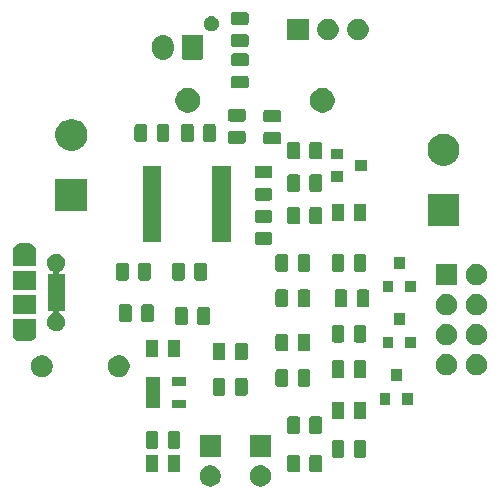
<source format=gbr>
G04 #@! TF.GenerationSoftware,KiCad,Pcbnew,(5.1.5)-3*
G04 #@! TF.CreationDate,2020-10-12T20:48:49-07:00*
G04 #@! TF.ProjectId,tool_head,746f6f6c-5f68-4656-9164-2e6b69636164,B*
G04 #@! TF.SameCoordinates,Original*
G04 #@! TF.FileFunction,Soldermask,Top*
G04 #@! TF.FilePolarity,Negative*
%FSLAX46Y46*%
G04 Gerber Fmt 4.6, Leading zero omitted, Abs format (unit mm)*
G04 Created by KiCad (PCBNEW (5.1.5)-3) date 2020-10-12 20:48:49*
%MOMM*%
%LPD*%
G04 APERTURE LIST*
%ADD10C,0.100000*%
G04 APERTURE END LIST*
D10*
G36*
X161033512Y-79643927D02*
G01*
X161182812Y-79673624D01*
X161346784Y-79741544D01*
X161494354Y-79840147D01*
X161619853Y-79965646D01*
X161718456Y-80113216D01*
X161786376Y-80277188D01*
X161821000Y-80451259D01*
X161821000Y-80628741D01*
X161786376Y-80802812D01*
X161718456Y-80966784D01*
X161619853Y-81114354D01*
X161494354Y-81239853D01*
X161346784Y-81338456D01*
X161182812Y-81406376D01*
X161033512Y-81436073D01*
X161008742Y-81441000D01*
X160831258Y-81441000D01*
X160806488Y-81436073D01*
X160657188Y-81406376D01*
X160493216Y-81338456D01*
X160345646Y-81239853D01*
X160220147Y-81114354D01*
X160121544Y-80966784D01*
X160053624Y-80802812D01*
X160019000Y-80628741D01*
X160019000Y-80451259D01*
X160053624Y-80277188D01*
X160121544Y-80113216D01*
X160220147Y-79965646D01*
X160345646Y-79840147D01*
X160493216Y-79741544D01*
X160657188Y-79673624D01*
X160806488Y-79643927D01*
X160831258Y-79639000D01*
X161008742Y-79639000D01*
X161033512Y-79643927D01*
G37*
G36*
X156783512Y-79643927D02*
G01*
X156932812Y-79673624D01*
X157096784Y-79741544D01*
X157244354Y-79840147D01*
X157369853Y-79965646D01*
X157468456Y-80113216D01*
X157536376Y-80277188D01*
X157571000Y-80451259D01*
X157571000Y-80628741D01*
X157536376Y-80802812D01*
X157468456Y-80966784D01*
X157369853Y-81114354D01*
X157244354Y-81239853D01*
X157096784Y-81338456D01*
X156932812Y-81406376D01*
X156783512Y-81436073D01*
X156758742Y-81441000D01*
X156581258Y-81441000D01*
X156556488Y-81436073D01*
X156407188Y-81406376D01*
X156243216Y-81338456D01*
X156095646Y-81239853D01*
X155970147Y-81114354D01*
X155871544Y-80966784D01*
X155803624Y-80802812D01*
X155769000Y-80628741D01*
X155769000Y-80451259D01*
X155803624Y-80277188D01*
X155871544Y-80113216D01*
X155970147Y-79965646D01*
X156095646Y-79840147D01*
X156243216Y-79741544D01*
X156407188Y-79673624D01*
X156556488Y-79643927D01*
X156581258Y-79639000D01*
X156758742Y-79639000D01*
X156783512Y-79643927D01*
G37*
G36*
X165979468Y-78753565D02*
G01*
X166018138Y-78765296D01*
X166053777Y-78784346D01*
X166085017Y-78809983D01*
X166110654Y-78841223D01*
X166129704Y-78876862D01*
X166141435Y-78915532D01*
X166146000Y-78961888D01*
X166146000Y-80038112D01*
X166141435Y-80084468D01*
X166129704Y-80123138D01*
X166110654Y-80158777D01*
X166085017Y-80190017D01*
X166053777Y-80215654D01*
X166018138Y-80234704D01*
X165979468Y-80246435D01*
X165933112Y-80251000D01*
X165281888Y-80251000D01*
X165235532Y-80246435D01*
X165196862Y-80234704D01*
X165161223Y-80215654D01*
X165129983Y-80190017D01*
X165104346Y-80158777D01*
X165085296Y-80123138D01*
X165073565Y-80084468D01*
X165069000Y-80038112D01*
X165069000Y-78961888D01*
X165073565Y-78915532D01*
X165085296Y-78876862D01*
X165104346Y-78841223D01*
X165129983Y-78809983D01*
X165161223Y-78784346D01*
X165196862Y-78765296D01*
X165235532Y-78753565D01*
X165281888Y-78749000D01*
X165933112Y-78749000D01*
X165979468Y-78753565D01*
G37*
G36*
X152104468Y-78753565D02*
G01*
X152143138Y-78765296D01*
X152178777Y-78784346D01*
X152210017Y-78809983D01*
X152235654Y-78841223D01*
X152254704Y-78876862D01*
X152266435Y-78915532D01*
X152271000Y-78961888D01*
X152271000Y-80038112D01*
X152266435Y-80084468D01*
X152254704Y-80123138D01*
X152235654Y-80158777D01*
X152210017Y-80190017D01*
X152178777Y-80215654D01*
X152143138Y-80234704D01*
X152104468Y-80246435D01*
X152058112Y-80251000D01*
X151406888Y-80251000D01*
X151360532Y-80246435D01*
X151321862Y-80234704D01*
X151286223Y-80215654D01*
X151254983Y-80190017D01*
X151229346Y-80158777D01*
X151210296Y-80123138D01*
X151198565Y-80084468D01*
X151194000Y-80038112D01*
X151194000Y-78961888D01*
X151198565Y-78915532D01*
X151210296Y-78876862D01*
X151229346Y-78841223D01*
X151254983Y-78809983D01*
X151286223Y-78784346D01*
X151321862Y-78765296D01*
X151360532Y-78753565D01*
X151406888Y-78749000D01*
X152058112Y-78749000D01*
X152104468Y-78753565D01*
G37*
G36*
X153979468Y-78753565D02*
G01*
X154018138Y-78765296D01*
X154053777Y-78784346D01*
X154085017Y-78809983D01*
X154110654Y-78841223D01*
X154129704Y-78876862D01*
X154141435Y-78915532D01*
X154146000Y-78961888D01*
X154146000Y-80038112D01*
X154141435Y-80084468D01*
X154129704Y-80123138D01*
X154110654Y-80158777D01*
X154085017Y-80190017D01*
X154053777Y-80215654D01*
X154018138Y-80234704D01*
X153979468Y-80246435D01*
X153933112Y-80251000D01*
X153281888Y-80251000D01*
X153235532Y-80246435D01*
X153196862Y-80234704D01*
X153161223Y-80215654D01*
X153129983Y-80190017D01*
X153104346Y-80158777D01*
X153085296Y-80123138D01*
X153073565Y-80084468D01*
X153069000Y-80038112D01*
X153069000Y-78961888D01*
X153073565Y-78915532D01*
X153085296Y-78876862D01*
X153104346Y-78841223D01*
X153129983Y-78809983D01*
X153161223Y-78784346D01*
X153196862Y-78765296D01*
X153235532Y-78753565D01*
X153281888Y-78749000D01*
X153933112Y-78749000D01*
X153979468Y-78753565D01*
G37*
G36*
X164104468Y-78753565D02*
G01*
X164143138Y-78765296D01*
X164178777Y-78784346D01*
X164210017Y-78809983D01*
X164235654Y-78841223D01*
X164254704Y-78876862D01*
X164266435Y-78915532D01*
X164271000Y-78961888D01*
X164271000Y-80038112D01*
X164266435Y-80084468D01*
X164254704Y-80123138D01*
X164235654Y-80158777D01*
X164210017Y-80190017D01*
X164178777Y-80215654D01*
X164143138Y-80234704D01*
X164104468Y-80246435D01*
X164058112Y-80251000D01*
X163406888Y-80251000D01*
X163360532Y-80246435D01*
X163321862Y-80234704D01*
X163286223Y-80215654D01*
X163254983Y-80190017D01*
X163229346Y-80158777D01*
X163210296Y-80123138D01*
X163198565Y-80084468D01*
X163194000Y-80038112D01*
X163194000Y-78961888D01*
X163198565Y-78915532D01*
X163210296Y-78876862D01*
X163229346Y-78841223D01*
X163254983Y-78809983D01*
X163286223Y-78784346D01*
X163321862Y-78765296D01*
X163360532Y-78753565D01*
X163406888Y-78749000D01*
X164058112Y-78749000D01*
X164104468Y-78753565D01*
G37*
G36*
X167854468Y-77503565D02*
G01*
X167893138Y-77515296D01*
X167928777Y-77534346D01*
X167960017Y-77559983D01*
X167985654Y-77591223D01*
X168004704Y-77626862D01*
X168016435Y-77665532D01*
X168021000Y-77711888D01*
X168021000Y-78788112D01*
X168016435Y-78834468D01*
X168004704Y-78873138D01*
X167985654Y-78908777D01*
X167960017Y-78940017D01*
X167928777Y-78965654D01*
X167893138Y-78984704D01*
X167854468Y-78996435D01*
X167808112Y-79001000D01*
X167156888Y-79001000D01*
X167110532Y-78996435D01*
X167071862Y-78984704D01*
X167036223Y-78965654D01*
X167004983Y-78940017D01*
X166979346Y-78908777D01*
X166960296Y-78873138D01*
X166948565Y-78834468D01*
X166944000Y-78788112D01*
X166944000Y-77711888D01*
X166948565Y-77665532D01*
X166960296Y-77626862D01*
X166979346Y-77591223D01*
X167004983Y-77559983D01*
X167036223Y-77534346D01*
X167071862Y-77515296D01*
X167110532Y-77503565D01*
X167156888Y-77499000D01*
X167808112Y-77499000D01*
X167854468Y-77503565D01*
G37*
G36*
X169729468Y-77503565D02*
G01*
X169768138Y-77515296D01*
X169803777Y-77534346D01*
X169835017Y-77559983D01*
X169860654Y-77591223D01*
X169879704Y-77626862D01*
X169891435Y-77665532D01*
X169896000Y-77711888D01*
X169896000Y-78788112D01*
X169891435Y-78834468D01*
X169879704Y-78873138D01*
X169860654Y-78908777D01*
X169835017Y-78940017D01*
X169803777Y-78965654D01*
X169768138Y-78984704D01*
X169729468Y-78996435D01*
X169683112Y-79001000D01*
X169031888Y-79001000D01*
X168985532Y-78996435D01*
X168946862Y-78984704D01*
X168911223Y-78965654D01*
X168879983Y-78940017D01*
X168854346Y-78908777D01*
X168835296Y-78873138D01*
X168823565Y-78834468D01*
X168819000Y-78788112D01*
X168819000Y-77711888D01*
X168823565Y-77665532D01*
X168835296Y-77626862D01*
X168854346Y-77591223D01*
X168879983Y-77559983D01*
X168911223Y-77534346D01*
X168946862Y-77515296D01*
X168985532Y-77503565D01*
X169031888Y-77499000D01*
X169683112Y-77499000D01*
X169729468Y-77503565D01*
G37*
G36*
X161821000Y-78901000D02*
G01*
X160019000Y-78901000D01*
X160019000Y-77099000D01*
X161821000Y-77099000D01*
X161821000Y-78901000D01*
G37*
G36*
X157571000Y-78901000D02*
G01*
X155769000Y-78901000D01*
X155769000Y-77099000D01*
X157571000Y-77099000D01*
X157571000Y-78901000D01*
G37*
G36*
X153979468Y-76753565D02*
G01*
X154018138Y-76765296D01*
X154053777Y-76784346D01*
X154085017Y-76809983D01*
X154110654Y-76841223D01*
X154129704Y-76876862D01*
X154141435Y-76915532D01*
X154146000Y-76961888D01*
X154146000Y-78038112D01*
X154141435Y-78084468D01*
X154129704Y-78123138D01*
X154110654Y-78158777D01*
X154085017Y-78190017D01*
X154053777Y-78215654D01*
X154018138Y-78234704D01*
X153979468Y-78246435D01*
X153933112Y-78251000D01*
X153281888Y-78251000D01*
X153235532Y-78246435D01*
X153196862Y-78234704D01*
X153161223Y-78215654D01*
X153129983Y-78190017D01*
X153104346Y-78158777D01*
X153085296Y-78123138D01*
X153073565Y-78084468D01*
X153069000Y-78038112D01*
X153069000Y-76961888D01*
X153073565Y-76915532D01*
X153085296Y-76876862D01*
X153104346Y-76841223D01*
X153129983Y-76809983D01*
X153161223Y-76784346D01*
X153196862Y-76765296D01*
X153235532Y-76753565D01*
X153281888Y-76749000D01*
X153933112Y-76749000D01*
X153979468Y-76753565D01*
G37*
G36*
X152104468Y-76753565D02*
G01*
X152143138Y-76765296D01*
X152178777Y-76784346D01*
X152210017Y-76809983D01*
X152235654Y-76841223D01*
X152254704Y-76876862D01*
X152266435Y-76915532D01*
X152271000Y-76961888D01*
X152271000Y-78038112D01*
X152266435Y-78084468D01*
X152254704Y-78123138D01*
X152235654Y-78158777D01*
X152210017Y-78190017D01*
X152178777Y-78215654D01*
X152143138Y-78234704D01*
X152104468Y-78246435D01*
X152058112Y-78251000D01*
X151406888Y-78251000D01*
X151360532Y-78246435D01*
X151321862Y-78234704D01*
X151286223Y-78215654D01*
X151254983Y-78190017D01*
X151229346Y-78158777D01*
X151210296Y-78123138D01*
X151198565Y-78084468D01*
X151194000Y-78038112D01*
X151194000Y-76961888D01*
X151198565Y-76915532D01*
X151210296Y-76876862D01*
X151229346Y-76841223D01*
X151254983Y-76809983D01*
X151286223Y-76784346D01*
X151321862Y-76765296D01*
X151360532Y-76753565D01*
X151406888Y-76749000D01*
X152058112Y-76749000D01*
X152104468Y-76753565D01*
G37*
G36*
X164104468Y-75503565D02*
G01*
X164143138Y-75515296D01*
X164178777Y-75534346D01*
X164210017Y-75559983D01*
X164235654Y-75591223D01*
X164254704Y-75626862D01*
X164266435Y-75665532D01*
X164271000Y-75711888D01*
X164271000Y-76788112D01*
X164266435Y-76834468D01*
X164254704Y-76873138D01*
X164235654Y-76908777D01*
X164210017Y-76940017D01*
X164178777Y-76965654D01*
X164143138Y-76984704D01*
X164104468Y-76996435D01*
X164058112Y-77001000D01*
X163406888Y-77001000D01*
X163360532Y-76996435D01*
X163321862Y-76984704D01*
X163286223Y-76965654D01*
X163254983Y-76940017D01*
X163229346Y-76908777D01*
X163210296Y-76873138D01*
X163198565Y-76834468D01*
X163194000Y-76788112D01*
X163194000Y-75711888D01*
X163198565Y-75665532D01*
X163210296Y-75626862D01*
X163229346Y-75591223D01*
X163254983Y-75559983D01*
X163286223Y-75534346D01*
X163321862Y-75515296D01*
X163360532Y-75503565D01*
X163406888Y-75499000D01*
X164058112Y-75499000D01*
X164104468Y-75503565D01*
G37*
G36*
X165979468Y-75503565D02*
G01*
X166018138Y-75515296D01*
X166053777Y-75534346D01*
X166085017Y-75559983D01*
X166110654Y-75591223D01*
X166129704Y-75626862D01*
X166141435Y-75665532D01*
X166146000Y-75711888D01*
X166146000Y-76788112D01*
X166141435Y-76834468D01*
X166129704Y-76873138D01*
X166110654Y-76908777D01*
X166085017Y-76940017D01*
X166053777Y-76965654D01*
X166018138Y-76984704D01*
X165979468Y-76996435D01*
X165933112Y-77001000D01*
X165281888Y-77001000D01*
X165235532Y-76996435D01*
X165196862Y-76984704D01*
X165161223Y-76965654D01*
X165129983Y-76940017D01*
X165104346Y-76908777D01*
X165085296Y-76873138D01*
X165073565Y-76834468D01*
X165069000Y-76788112D01*
X165069000Y-75711888D01*
X165073565Y-75665532D01*
X165085296Y-75626862D01*
X165104346Y-75591223D01*
X165129983Y-75559983D01*
X165161223Y-75534346D01*
X165196862Y-75515296D01*
X165235532Y-75503565D01*
X165281888Y-75499000D01*
X165933112Y-75499000D01*
X165979468Y-75503565D01*
G37*
G36*
X169729468Y-74253565D02*
G01*
X169768138Y-74265296D01*
X169803777Y-74284346D01*
X169835017Y-74309983D01*
X169860654Y-74341223D01*
X169879704Y-74376862D01*
X169891435Y-74415532D01*
X169896000Y-74461888D01*
X169896000Y-75538112D01*
X169891435Y-75584468D01*
X169879704Y-75623138D01*
X169860654Y-75658777D01*
X169835017Y-75690017D01*
X169803777Y-75715654D01*
X169768138Y-75734704D01*
X169729468Y-75746435D01*
X169683112Y-75751000D01*
X169031888Y-75751000D01*
X168985532Y-75746435D01*
X168946862Y-75734704D01*
X168911223Y-75715654D01*
X168879983Y-75690017D01*
X168854346Y-75658777D01*
X168835296Y-75623138D01*
X168823565Y-75584468D01*
X168819000Y-75538112D01*
X168819000Y-74461888D01*
X168823565Y-74415532D01*
X168835296Y-74376862D01*
X168854346Y-74341223D01*
X168879983Y-74309983D01*
X168911223Y-74284346D01*
X168946862Y-74265296D01*
X168985532Y-74253565D01*
X169031888Y-74249000D01*
X169683112Y-74249000D01*
X169729468Y-74253565D01*
G37*
G36*
X167854468Y-74253565D02*
G01*
X167893138Y-74265296D01*
X167928777Y-74284346D01*
X167960017Y-74309983D01*
X167985654Y-74341223D01*
X168004704Y-74376862D01*
X168016435Y-74415532D01*
X168021000Y-74461888D01*
X168021000Y-75538112D01*
X168016435Y-75584468D01*
X168004704Y-75623138D01*
X167985654Y-75658777D01*
X167960017Y-75690017D01*
X167928777Y-75715654D01*
X167893138Y-75734704D01*
X167854468Y-75746435D01*
X167808112Y-75751000D01*
X167156888Y-75751000D01*
X167110532Y-75746435D01*
X167071862Y-75734704D01*
X167036223Y-75715654D01*
X167004983Y-75690017D01*
X166979346Y-75658777D01*
X166960296Y-75623138D01*
X166948565Y-75584468D01*
X166944000Y-75538112D01*
X166944000Y-74461888D01*
X166948565Y-74415532D01*
X166960296Y-74376862D01*
X166979346Y-74341223D01*
X167004983Y-74309983D01*
X167036223Y-74284346D01*
X167071862Y-74265296D01*
X167110532Y-74253565D01*
X167156888Y-74249000D01*
X167808112Y-74249000D01*
X167854468Y-74253565D01*
G37*
G36*
X152401000Y-74826000D02*
G01*
X151239000Y-74826000D01*
X151239000Y-72174000D01*
X152401000Y-72174000D01*
X152401000Y-74826000D01*
G37*
G36*
X154601000Y-74826000D02*
G01*
X153439000Y-74826000D01*
X153439000Y-74074000D01*
X154601000Y-74074000D01*
X154601000Y-74826000D01*
G37*
G36*
X171921000Y-74501000D02*
G01*
X171019000Y-74501000D01*
X171019000Y-73499000D01*
X171921000Y-73499000D01*
X171921000Y-74501000D01*
G37*
G36*
X173821000Y-74501000D02*
G01*
X172919000Y-74501000D01*
X172919000Y-73499000D01*
X173821000Y-73499000D01*
X173821000Y-74501000D01*
G37*
G36*
X159667468Y-72253565D02*
G01*
X159706138Y-72265296D01*
X159741777Y-72284346D01*
X159773017Y-72309983D01*
X159798654Y-72341223D01*
X159817704Y-72376862D01*
X159829435Y-72415532D01*
X159834000Y-72461888D01*
X159834000Y-73538112D01*
X159829435Y-73584468D01*
X159817704Y-73623138D01*
X159798654Y-73658777D01*
X159773017Y-73690017D01*
X159741777Y-73715654D01*
X159706138Y-73734704D01*
X159667468Y-73746435D01*
X159621112Y-73751000D01*
X158969888Y-73751000D01*
X158923532Y-73746435D01*
X158884862Y-73734704D01*
X158849223Y-73715654D01*
X158817983Y-73690017D01*
X158792346Y-73658777D01*
X158773296Y-73623138D01*
X158761565Y-73584468D01*
X158757000Y-73538112D01*
X158757000Y-72461888D01*
X158761565Y-72415532D01*
X158773296Y-72376862D01*
X158792346Y-72341223D01*
X158817983Y-72309983D01*
X158849223Y-72284346D01*
X158884862Y-72265296D01*
X158923532Y-72253565D01*
X158969888Y-72249000D01*
X159621112Y-72249000D01*
X159667468Y-72253565D01*
G37*
G36*
X157792468Y-72253565D02*
G01*
X157831138Y-72265296D01*
X157866777Y-72284346D01*
X157898017Y-72309983D01*
X157923654Y-72341223D01*
X157942704Y-72376862D01*
X157954435Y-72415532D01*
X157959000Y-72461888D01*
X157959000Y-73538112D01*
X157954435Y-73584468D01*
X157942704Y-73623138D01*
X157923654Y-73658777D01*
X157898017Y-73690017D01*
X157866777Y-73715654D01*
X157831138Y-73734704D01*
X157792468Y-73746435D01*
X157746112Y-73751000D01*
X157094888Y-73751000D01*
X157048532Y-73746435D01*
X157009862Y-73734704D01*
X156974223Y-73715654D01*
X156942983Y-73690017D01*
X156917346Y-73658777D01*
X156898296Y-73623138D01*
X156886565Y-73584468D01*
X156882000Y-73538112D01*
X156882000Y-72461888D01*
X156886565Y-72415532D01*
X156898296Y-72376862D01*
X156917346Y-72341223D01*
X156942983Y-72309983D01*
X156974223Y-72284346D01*
X157009862Y-72265296D01*
X157048532Y-72253565D01*
X157094888Y-72249000D01*
X157746112Y-72249000D01*
X157792468Y-72253565D01*
G37*
G36*
X164979468Y-71503565D02*
G01*
X165018138Y-71515296D01*
X165053777Y-71534346D01*
X165085017Y-71559983D01*
X165110654Y-71591223D01*
X165129704Y-71626862D01*
X165141435Y-71665532D01*
X165146000Y-71711888D01*
X165146000Y-72788112D01*
X165141435Y-72834468D01*
X165129704Y-72873138D01*
X165110654Y-72908777D01*
X165085017Y-72940017D01*
X165053777Y-72965654D01*
X165018138Y-72984704D01*
X164979468Y-72996435D01*
X164933112Y-73001000D01*
X164281888Y-73001000D01*
X164235532Y-72996435D01*
X164196862Y-72984704D01*
X164161223Y-72965654D01*
X164129983Y-72940017D01*
X164104346Y-72908777D01*
X164085296Y-72873138D01*
X164073565Y-72834468D01*
X164069000Y-72788112D01*
X164069000Y-71711888D01*
X164073565Y-71665532D01*
X164085296Y-71626862D01*
X164104346Y-71591223D01*
X164129983Y-71559983D01*
X164161223Y-71534346D01*
X164196862Y-71515296D01*
X164235532Y-71503565D01*
X164281888Y-71499000D01*
X164933112Y-71499000D01*
X164979468Y-71503565D01*
G37*
G36*
X163104468Y-71503565D02*
G01*
X163143138Y-71515296D01*
X163178777Y-71534346D01*
X163210017Y-71559983D01*
X163235654Y-71591223D01*
X163254704Y-71626862D01*
X163266435Y-71665532D01*
X163271000Y-71711888D01*
X163271000Y-72788112D01*
X163266435Y-72834468D01*
X163254704Y-72873138D01*
X163235654Y-72908777D01*
X163210017Y-72940017D01*
X163178777Y-72965654D01*
X163143138Y-72984704D01*
X163104468Y-72996435D01*
X163058112Y-73001000D01*
X162406888Y-73001000D01*
X162360532Y-72996435D01*
X162321862Y-72984704D01*
X162286223Y-72965654D01*
X162254983Y-72940017D01*
X162229346Y-72908777D01*
X162210296Y-72873138D01*
X162198565Y-72834468D01*
X162194000Y-72788112D01*
X162194000Y-71711888D01*
X162198565Y-71665532D01*
X162210296Y-71626862D01*
X162229346Y-71591223D01*
X162254983Y-71559983D01*
X162286223Y-71534346D01*
X162321862Y-71515296D01*
X162360532Y-71503565D01*
X162406888Y-71499000D01*
X163058112Y-71499000D01*
X163104468Y-71503565D01*
G37*
G36*
X154601000Y-72926000D02*
G01*
X153439000Y-72926000D01*
X153439000Y-72174000D01*
X154601000Y-72174000D01*
X154601000Y-72926000D01*
G37*
G36*
X172871000Y-72501000D02*
G01*
X171969000Y-72501000D01*
X171969000Y-71499000D01*
X172871000Y-71499000D01*
X172871000Y-72501000D01*
G37*
G36*
X167854468Y-70753565D02*
G01*
X167893138Y-70765296D01*
X167928777Y-70784346D01*
X167960017Y-70809983D01*
X167985654Y-70841223D01*
X168004704Y-70876862D01*
X168016435Y-70915532D01*
X168021000Y-70961888D01*
X168021000Y-72038112D01*
X168016435Y-72084468D01*
X168004704Y-72123138D01*
X167985654Y-72158777D01*
X167960017Y-72190017D01*
X167928777Y-72215654D01*
X167893138Y-72234704D01*
X167854468Y-72246435D01*
X167808112Y-72251000D01*
X167156888Y-72251000D01*
X167110532Y-72246435D01*
X167071862Y-72234704D01*
X167036223Y-72215654D01*
X167004983Y-72190017D01*
X166979346Y-72158777D01*
X166960296Y-72123138D01*
X166948565Y-72084468D01*
X166944000Y-72038112D01*
X166944000Y-70961888D01*
X166948565Y-70915532D01*
X166960296Y-70876862D01*
X166979346Y-70841223D01*
X167004983Y-70809983D01*
X167036223Y-70784346D01*
X167071862Y-70765296D01*
X167110532Y-70753565D01*
X167156888Y-70749000D01*
X167808112Y-70749000D01*
X167854468Y-70753565D01*
G37*
G36*
X169729468Y-70753565D02*
G01*
X169768138Y-70765296D01*
X169803777Y-70784346D01*
X169835017Y-70809983D01*
X169860654Y-70841223D01*
X169879704Y-70876862D01*
X169891435Y-70915532D01*
X169896000Y-70961888D01*
X169896000Y-72038112D01*
X169891435Y-72084468D01*
X169879704Y-72123138D01*
X169860654Y-72158777D01*
X169835017Y-72190017D01*
X169803777Y-72215654D01*
X169768138Y-72234704D01*
X169729468Y-72246435D01*
X169683112Y-72251000D01*
X169031888Y-72251000D01*
X168985532Y-72246435D01*
X168946862Y-72234704D01*
X168911223Y-72215654D01*
X168879983Y-72190017D01*
X168854346Y-72158777D01*
X168835296Y-72123138D01*
X168823565Y-72084468D01*
X168819000Y-72038112D01*
X168819000Y-70961888D01*
X168823565Y-70915532D01*
X168835296Y-70876862D01*
X168854346Y-70841223D01*
X168879983Y-70809983D01*
X168911223Y-70784346D01*
X168946862Y-70765296D01*
X168985532Y-70753565D01*
X169031888Y-70749000D01*
X169683112Y-70749000D01*
X169729468Y-70753565D01*
G37*
G36*
X142690104Y-70359585D02*
G01*
X142858626Y-70429389D01*
X143010291Y-70530728D01*
X143139272Y-70659709D01*
X143240611Y-70811374D01*
X143310415Y-70979896D01*
X143346000Y-71158797D01*
X143346000Y-71341203D01*
X143310415Y-71520104D01*
X143240611Y-71688626D01*
X143139272Y-71840291D01*
X143010291Y-71969272D01*
X142858626Y-72070611D01*
X142690104Y-72140415D01*
X142511203Y-72176000D01*
X142328797Y-72176000D01*
X142149896Y-72140415D01*
X141981374Y-72070611D01*
X141829709Y-71969272D01*
X141700728Y-71840291D01*
X141599389Y-71688626D01*
X141529585Y-71520104D01*
X141494000Y-71341203D01*
X141494000Y-71158797D01*
X141529585Y-70979896D01*
X141599389Y-70811374D01*
X141700728Y-70659709D01*
X141829709Y-70530728D01*
X141981374Y-70429389D01*
X142149896Y-70359585D01*
X142328797Y-70324000D01*
X142511203Y-70324000D01*
X142690104Y-70359585D01*
G37*
G36*
X149190104Y-70359585D02*
G01*
X149358626Y-70429389D01*
X149510291Y-70530728D01*
X149639272Y-70659709D01*
X149740611Y-70811374D01*
X149810415Y-70979896D01*
X149846000Y-71158797D01*
X149846000Y-71341203D01*
X149810415Y-71520104D01*
X149740611Y-71688626D01*
X149639272Y-71840291D01*
X149510291Y-71969272D01*
X149358626Y-72070611D01*
X149190104Y-72140415D01*
X149011203Y-72176000D01*
X148828797Y-72176000D01*
X148649896Y-72140415D01*
X148481374Y-72070611D01*
X148329709Y-71969272D01*
X148200728Y-71840291D01*
X148099389Y-71688626D01*
X148029585Y-71520104D01*
X147994000Y-71341203D01*
X147994000Y-71158797D01*
X148029585Y-70979896D01*
X148099389Y-70811374D01*
X148200728Y-70659709D01*
X148329709Y-70530728D01*
X148481374Y-70429389D01*
X148649896Y-70359585D01*
X148828797Y-70324000D01*
X149011203Y-70324000D01*
X149190104Y-70359585D01*
G37*
G36*
X179323512Y-70223927D02*
G01*
X179472812Y-70253624D01*
X179636784Y-70321544D01*
X179784354Y-70420147D01*
X179909853Y-70545646D01*
X180008456Y-70693216D01*
X180076376Y-70857188D01*
X180100784Y-70979897D01*
X180108413Y-71018250D01*
X180111000Y-71031259D01*
X180111000Y-71208741D01*
X180076376Y-71382812D01*
X180008456Y-71546784D01*
X179909853Y-71694354D01*
X179784354Y-71819853D01*
X179636784Y-71918456D01*
X179472812Y-71986376D01*
X179323512Y-72016073D01*
X179298742Y-72021000D01*
X179121258Y-72021000D01*
X179096488Y-72016073D01*
X178947188Y-71986376D01*
X178783216Y-71918456D01*
X178635646Y-71819853D01*
X178510147Y-71694354D01*
X178411544Y-71546784D01*
X178343624Y-71382812D01*
X178309000Y-71208741D01*
X178309000Y-71031259D01*
X178311588Y-71018250D01*
X178319216Y-70979897D01*
X178343624Y-70857188D01*
X178411544Y-70693216D01*
X178510147Y-70545646D01*
X178635646Y-70420147D01*
X178783216Y-70321544D01*
X178947188Y-70253624D01*
X179096488Y-70223927D01*
X179121258Y-70219000D01*
X179298742Y-70219000D01*
X179323512Y-70223927D01*
G37*
G36*
X176783512Y-70223927D02*
G01*
X176932812Y-70253624D01*
X177096784Y-70321544D01*
X177244354Y-70420147D01*
X177369853Y-70545646D01*
X177468456Y-70693216D01*
X177536376Y-70857188D01*
X177560784Y-70979897D01*
X177568413Y-71018250D01*
X177571000Y-71031259D01*
X177571000Y-71208741D01*
X177536376Y-71382812D01*
X177468456Y-71546784D01*
X177369853Y-71694354D01*
X177244354Y-71819853D01*
X177096784Y-71918456D01*
X176932812Y-71986376D01*
X176783512Y-72016073D01*
X176758742Y-72021000D01*
X176581258Y-72021000D01*
X176556488Y-72016073D01*
X176407188Y-71986376D01*
X176243216Y-71918456D01*
X176095646Y-71819853D01*
X175970147Y-71694354D01*
X175871544Y-71546784D01*
X175803624Y-71382812D01*
X175769000Y-71208741D01*
X175769000Y-71031259D01*
X175771588Y-71018250D01*
X175779216Y-70979897D01*
X175803624Y-70857188D01*
X175871544Y-70693216D01*
X175970147Y-70545646D01*
X176095646Y-70420147D01*
X176243216Y-70321544D01*
X176407188Y-70253624D01*
X176556488Y-70223927D01*
X176581258Y-70219000D01*
X176758742Y-70219000D01*
X176783512Y-70223927D01*
G37*
G36*
X157792468Y-69253565D02*
G01*
X157831138Y-69265296D01*
X157866777Y-69284346D01*
X157898017Y-69309983D01*
X157923654Y-69341223D01*
X157942704Y-69376862D01*
X157954435Y-69415532D01*
X157959000Y-69461888D01*
X157959000Y-70538112D01*
X157954435Y-70584468D01*
X157942704Y-70623138D01*
X157923654Y-70658777D01*
X157898017Y-70690017D01*
X157866777Y-70715654D01*
X157831138Y-70734704D01*
X157792468Y-70746435D01*
X157746112Y-70751000D01*
X157094888Y-70751000D01*
X157048532Y-70746435D01*
X157009862Y-70734704D01*
X156974223Y-70715654D01*
X156942983Y-70690017D01*
X156917346Y-70658777D01*
X156898296Y-70623138D01*
X156886565Y-70584468D01*
X156882000Y-70538112D01*
X156882000Y-69461888D01*
X156886565Y-69415532D01*
X156898296Y-69376862D01*
X156917346Y-69341223D01*
X156942983Y-69309983D01*
X156974223Y-69284346D01*
X157009862Y-69265296D01*
X157048532Y-69253565D01*
X157094888Y-69249000D01*
X157746112Y-69249000D01*
X157792468Y-69253565D01*
G37*
G36*
X159667468Y-69253565D02*
G01*
X159706138Y-69265296D01*
X159741777Y-69284346D01*
X159773017Y-69309983D01*
X159798654Y-69341223D01*
X159817704Y-69376862D01*
X159829435Y-69415532D01*
X159834000Y-69461888D01*
X159834000Y-70538112D01*
X159829435Y-70584468D01*
X159817704Y-70623138D01*
X159798654Y-70658777D01*
X159773017Y-70690017D01*
X159741777Y-70715654D01*
X159706138Y-70734704D01*
X159667468Y-70746435D01*
X159621112Y-70751000D01*
X158969888Y-70751000D01*
X158923532Y-70746435D01*
X158884862Y-70734704D01*
X158849223Y-70715654D01*
X158817983Y-70690017D01*
X158792346Y-70658777D01*
X158773296Y-70623138D01*
X158761565Y-70584468D01*
X158757000Y-70538112D01*
X158757000Y-69461888D01*
X158761565Y-69415532D01*
X158773296Y-69376862D01*
X158792346Y-69341223D01*
X158817983Y-69309983D01*
X158849223Y-69284346D01*
X158884862Y-69265296D01*
X158923532Y-69253565D01*
X158969888Y-69249000D01*
X159621112Y-69249000D01*
X159667468Y-69253565D01*
G37*
G36*
X153979468Y-69003565D02*
G01*
X154018138Y-69015296D01*
X154053777Y-69034346D01*
X154085017Y-69059983D01*
X154110654Y-69091223D01*
X154129704Y-69126862D01*
X154141435Y-69165532D01*
X154146000Y-69211888D01*
X154146000Y-70288112D01*
X154141435Y-70334468D01*
X154129704Y-70373138D01*
X154110654Y-70408777D01*
X154085017Y-70440017D01*
X154053777Y-70465654D01*
X154018138Y-70484704D01*
X153979468Y-70496435D01*
X153933112Y-70501000D01*
X153281888Y-70501000D01*
X153235532Y-70496435D01*
X153196862Y-70484704D01*
X153161223Y-70465654D01*
X153129983Y-70440017D01*
X153104346Y-70408777D01*
X153085296Y-70373138D01*
X153073565Y-70334468D01*
X153069000Y-70288112D01*
X153069000Y-69211888D01*
X153073565Y-69165532D01*
X153085296Y-69126862D01*
X153104346Y-69091223D01*
X153129983Y-69059983D01*
X153161223Y-69034346D01*
X153196862Y-69015296D01*
X153235532Y-69003565D01*
X153281888Y-68999000D01*
X153933112Y-68999000D01*
X153979468Y-69003565D01*
G37*
G36*
X152104468Y-69003565D02*
G01*
X152143138Y-69015296D01*
X152178777Y-69034346D01*
X152210017Y-69059983D01*
X152235654Y-69091223D01*
X152254704Y-69126862D01*
X152266435Y-69165532D01*
X152271000Y-69211888D01*
X152271000Y-70288112D01*
X152266435Y-70334468D01*
X152254704Y-70373138D01*
X152235654Y-70408777D01*
X152210017Y-70440017D01*
X152178777Y-70465654D01*
X152143138Y-70484704D01*
X152104468Y-70496435D01*
X152058112Y-70501000D01*
X151406888Y-70501000D01*
X151360532Y-70496435D01*
X151321862Y-70484704D01*
X151286223Y-70465654D01*
X151254983Y-70440017D01*
X151229346Y-70408777D01*
X151210296Y-70373138D01*
X151198565Y-70334468D01*
X151194000Y-70288112D01*
X151194000Y-69211888D01*
X151198565Y-69165532D01*
X151210296Y-69126862D01*
X151229346Y-69091223D01*
X151254983Y-69059983D01*
X151286223Y-69034346D01*
X151321862Y-69015296D01*
X151360532Y-69003565D01*
X151406888Y-68999000D01*
X152058112Y-68999000D01*
X152104468Y-69003565D01*
G37*
G36*
X164979468Y-68503565D02*
G01*
X165018138Y-68515296D01*
X165053777Y-68534346D01*
X165085017Y-68559983D01*
X165110654Y-68591223D01*
X165129704Y-68626862D01*
X165141435Y-68665532D01*
X165146000Y-68711888D01*
X165146000Y-69788112D01*
X165141435Y-69834468D01*
X165129704Y-69873138D01*
X165110654Y-69908777D01*
X165085017Y-69940017D01*
X165053777Y-69965654D01*
X165018138Y-69984704D01*
X164979468Y-69996435D01*
X164933112Y-70001000D01*
X164281888Y-70001000D01*
X164235532Y-69996435D01*
X164196862Y-69984704D01*
X164161223Y-69965654D01*
X164129983Y-69940017D01*
X164104346Y-69908777D01*
X164085296Y-69873138D01*
X164073565Y-69834468D01*
X164069000Y-69788112D01*
X164069000Y-68711888D01*
X164073565Y-68665532D01*
X164085296Y-68626862D01*
X164104346Y-68591223D01*
X164129983Y-68559983D01*
X164161223Y-68534346D01*
X164196862Y-68515296D01*
X164235532Y-68503565D01*
X164281888Y-68499000D01*
X164933112Y-68499000D01*
X164979468Y-68503565D01*
G37*
G36*
X163104468Y-68503565D02*
G01*
X163143138Y-68515296D01*
X163178777Y-68534346D01*
X163210017Y-68559983D01*
X163235654Y-68591223D01*
X163254704Y-68626862D01*
X163266435Y-68665532D01*
X163271000Y-68711888D01*
X163271000Y-69788112D01*
X163266435Y-69834468D01*
X163254704Y-69873138D01*
X163235654Y-69908777D01*
X163210017Y-69940017D01*
X163178777Y-69965654D01*
X163143138Y-69984704D01*
X163104468Y-69996435D01*
X163058112Y-70001000D01*
X162406888Y-70001000D01*
X162360532Y-69996435D01*
X162321862Y-69984704D01*
X162286223Y-69965654D01*
X162254983Y-69940017D01*
X162229346Y-69908777D01*
X162210296Y-69873138D01*
X162198565Y-69834468D01*
X162194000Y-69788112D01*
X162194000Y-68711888D01*
X162198565Y-68665532D01*
X162210296Y-68626862D01*
X162229346Y-68591223D01*
X162254983Y-68559983D01*
X162286223Y-68534346D01*
X162321862Y-68515296D01*
X162360532Y-68503565D01*
X162406888Y-68499000D01*
X163058112Y-68499000D01*
X163104468Y-68503565D01*
G37*
G36*
X172171000Y-69751000D02*
G01*
X171269000Y-69751000D01*
X171269000Y-68749000D01*
X172171000Y-68749000D01*
X172171000Y-69751000D01*
G37*
G36*
X174071000Y-69751000D02*
G01*
X173169000Y-69751000D01*
X173169000Y-68749000D01*
X174071000Y-68749000D01*
X174071000Y-69751000D01*
G37*
G36*
X179323512Y-67683927D02*
G01*
X179472812Y-67713624D01*
X179636784Y-67781544D01*
X179784354Y-67880147D01*
X179909853Y-68005646D01*
X180008456Y-68153216D01*
X180076376Y-68317188D01*
X180111000Y-68491259D01*
X180111000Y-68668741D01*
X180076376Y-68842812D01*
X180008456Y-69006784D01*
X179909853Y-69154354D01*
X179784354Y-69279853D01*
X179636784Y-69378456D01*
X179472812Y-69446376D01*
X179323512Y-69476073D01*
X179298742Y-69481000D01*
X179121258Y-69481000D01*
X179096488Y-69476073D01*
X178947188Y-69446376D01*
X178783216Y-69378456D01*
X178635646Y-69279853D01*
X178510147Y-69154354D01*
X178411544Y-69006784D01*
X178343624Y-68842812D01*
X178309000Y-68668741D01*
X178309000Y-68491259D01*
X178343624Y-68317188D01*
X178411544Y-68153216D01*
X178510147Y-68005646D01*
X178635646Y-67880147D01*
X178783216Y-67781544D01*
X178947188Y-67713624D01*
X179096488Y-67683927D01*
X179121258Y-67679000D01*
X179298742Y-67679000D01*
X179323512Y-67683927D01*
G37*
G36*
X176783512Y-67683927D02*
G01*
X176932812Y-67713624D01*
X177096784Y-67781544D01*
X177244354Y-67880147D01*
X177369853Y-68005646D01*
X177468456Y-68153216D01*
X177536376Y-68317188D01*
X177571000Y-68491259D01*
X177571000Y-68668741D01*
X177536376Y-68842812D01*
X177468456Y-69006784D01*
X177369853Y-69154354D01*
X177244354Y-69279853D01*
X177096784Y-69378456D01*
X176932812Y-69446376D01*
X176783512Y-69476073D01*
X176758742Y-69481000D01*
X176581258Y-69481000D01*
X176556488Y-69476073D01*
X176407188Y-69446376D01*
X176243216Y-69378456D01*
X176095646Y-69279853D01*
X175970147Y-69154354D01*
X175871544Y-69006784D01*
X175803624Y-68842812D01*
X175769000Y-68668741D01*
X175769000Y-68491259D01*
X175803624Y-68317188D01*
X175871544Y-68153216D01*
X175970147Y-68005646D01*
X176095646Y-67880147D01*
X176243216Y-67781544D01*
X176407188Y-67713624D01*
X176556488Y-67683927D01*
X176581258Y-67679000D01*
X176758742Y-67679000D01*
X176783512Y-67683927D01*
G37*
G36*
X169729468Y-67753565D02*
G01*
X169768138Y-67765296D01*
X169803777Y-67784346D01*
X169835017Y-67809983D01*
X169860654Y-67841223D01*
X169879704Y-67876862D01*
X169891435Y-67915532D01*
X169896000Y-67961888D01*
X169896000Y-69038112D01*
X169891435Y-69084468D01*
X169879704Y-69123138D01*
X169860654Y-69158777D01*
X169835017Y-69190017D01*
X169803777Y-69215654D01*
X169768138Y-69234704D01*
X169729468Y-69246435D01*
X169683112Y-69251000D01*
X169031888Y-69251000D01*
X168985532Y-69246435D01*
X168946862Y-69234704D01*
X168911223Y-69215654D01*
X168879983Y-69190017D01*
X168854346Y-69158777D01*
X168835296Y-69123138D01*
X168823565Y-69084468D01*
X168819000Y-69038112D01*
X168819000Y-67961888D01*
X168823565Y-67915532D01*
X168835296Y-67876862D01*
X168854346Y-67841223D01*
X168879983Y-67809983D01*
X168911223Y-67784346D01*
X168946862Y-67765296D01*
X168985532Y-67753565D01*
X169031888Y-67749000D01*
X169683112Y-67749000D01*
X169729468Y-67753565D01*
G37*
G36*
X167854468Y-67753565D02*
G01*
X167893138Y-67765296D01*
X167928777Y-67784346D01*
X167960017Y-67809983D01*
X167985654Y-67841223D01*
X168004704Y-67876862D01*
X168016435Y-67915532D01*
X168021000Y-67961888D01*
X168021000Y-69038112D01*
X168016435Y-69084468D01*
X168004704Y-69123138D01*
X167985654Y-69158777D01*
X167960017Y-69190017D01*
X167928777Y-69215654D01*
X167893138Y-69234704D01*
X167854468Y-69246435D01*
X167808112Y-69251000D01*
X167156888Y-69251000D01*
X167110532Y-69246435D01*
X167071862Y-69234704D01*
X167036223Y-69215654D01*
X167004983Y-69190017D01*
X166979346Y-69158777D01*
X166960296Y-69123138D01*
X166948565Y-69084468D01*
X166944000Y-69038112D01*
X166944000Y-67961888D01*
X166948565Y-67915532D01*
X166960296Y-67876862D01*
X166979346Y-67841223D01*
X167004983Y-67809983D01*
X167036223Y-67784346D01*
X167071862Y-67765296D01*
X167110532Y-67753565D01*
X167156888Y-67749000D01*
X167808112Y-67749000D01*
X167854468Y-67753565D01*
G37*
G36*
X141933500Y-68461886D02*
G01*
X141934102Y-68474138D01*
X141936649Y-68500000D01*
X141934102Y-68525862D01*
X141933500Y-68538114D01*
X141933500Y-68611406D01*
X141924543Y-68628164D01*
X141920415Y-68639701D01*
X141911605Y-68668741D01*
X141886854Y-68750336D01*
X141826406Y-68863425D01*
X141745054Y-68962554D01*
X141645925Y-69043906D01*
X141532836Y-69104354D01*
X141500904Y-69114040D01*
X141410118Y-69141580D01*
X141346355Y-69147860D01*
X141314474Y-69151000D01*
X140550526Y-69151000D01*
X140518645Y-69147860D01*
X140454882Y-69141580D01*
X140364096Y-69114040D01*
X140332164Y-69104354D01*
X140219075Y-69043906D01*
X140119946Y-68962554D01*
X140038594Y-68863425D01*
X139978146Y-68750336D01*
X139953395Y-68668741D01*
X139944587Y-68639708D01*
X139935213Y-68617075D01*
X139931500Y-68611518D01*
X139931500Y-68538114D01*
X139930898Y-68525862D01*
X139928351Y-68500000D01*
X139930898Y-68474138D01*
X139931500Y-68461886D01*
X139931500Y-67249000D01*
X141933500Y-67249000D01*
X141933500Y-68461886D01*
G37*
G36*
X143858848Y-61753820D02*
G01*
X143858850Y-61753821D01*
X143858851Y-61753821D01*
X144000074Y-61812317D01*
X144000077Y-61812319D01*
X144127169Y-61897239D01*
X144235261Y-62005331D01*
X144320181Y-62132423D01*
X144320183Y-62132426D01*
X144378679Y-62273649D01*
X144378680Y-62273652D01*
X144408500Y-62423569D01*
X144408500Y-62576431D01*
X144380794Y-62715722D01*
X144378679Y-62726351D01*
X144320183Y-62867574D01*
X144320181Y-62867577D01*
X144235261Y-62994669D01*
X144127169Y-63102761D01*
X144043335Y-63158777D01*
X144000074Y-63187683D01*
X143949772Y-63208519D01*
X143928164Y-63220068D01*
X143909222Y-63235614D01*
X143893677Y-63254556D01*
X143882126Y-63276166D01*
X143875013Y-63299615D01*
X143872611Y-63324001D01*
X143875013Y-63348387D01*
X143882126Y-63371836D01*
X143893677Y-63393447D01*
X143909223Y-63412389D01*
X143928165Y-63427934D01*
X143949775Y-63439485D01*
X143973224Y-63446598D01*
X143997610Y-63449000D01*
X144358500Y-63449000D01*
X144358500Y-66551000D01*
X143997610Y-66551000D01*
X143973224Y-66553402D01*
X143949775Y-66560515D01*
X143928164Y-66572066D01*
X143909222Y-66587611D01*
X143893677Y-66606553D01*
X143882126Y-66628164D01*
X143875013Y-66651613D01*
X143872611Y-66675999D01*
X143875013Y-66700385D01*
X143882126Y-66723834D01*
X143893677Y-66745445D01*
X143909222Y-66764387D01*
X143928164Y-66779932D01*
X143949772Y-66791481D01*
X144000074Y-66812317D01*
X144000075Y-66812318D01*
X144127169Y-66897239D01*
X144235261Y-67005331D01*
X144320181Y-67132423D01*
X144320183Y-67132426D01*
X144361324Y-67231750D01*
X144378680Y-67273652D01*
X144408500Y-67423569D01*
X144408500Y-67576431D01*
X144381211Y-67713625D01*
X144378679Y-67726351D01*
X144320183Y-67867574D01*
X144320181Y-67867577D01*
X144235261Y-67994669D01*
X144127169Y-68102761D01*
X144000077Y-68187681D01*
X144000074Y-68187683D01*
X143858851Y-68246179D01*
X143858850Y-68246179D01*
X143858848Y-68246180D01*
X143708931Y-68276000D01*
X143556069Y-68276000D01*
X143406152Y-68246180D01*
X143406150Y-68246179D01*
X143406149Y-68246179D01*
X143264926Y-68187683D01*
X143264923Y-68187681D01*
X143137831Y-68102761D01*
X143029739Y-67994669D01*
X142944819Y-67867577D01*
X142944817Y-67867574D01*
X142886321Y-67726351D01*
X142883790Y-67713625D01*
X142856500Y-67576431D01*
X142856500Y-67423569D01*
X142886320Y-67273652D01*
X142903676Y-67231750D01*
X142944817Y-67132426D01*
X142944819Y-67132423D01*
X143029739Y-67005331D01*
X143137831Y-66897239D01*
X143264925Y-66812318D01*
X143264926Y-66812317D01*
X143315228Y-66791481D01*
X143336836Y-66779932D01*
X143355778Y-66764386D01*
X143371323Y-66745444D01*
X143382874Y-66723834D01*
X143389987Y-66700385D01*
X143392389Y-66675999D01*
X143389987Y-66651613D01*
X143382874Y-66628164D01*
X143371323Y-66606553D01*
X143355777Y-66587611D01*
X143336835Y-66572066D01*
X143315225Y-66560515D01*
X143291776Y-66553402D01*
X143267390Y-66551000D01*
X142906500Y-66551000D01*
X142906500Y-63449000D01*
X143267390Y-63449000D01*
X143291776Y-63446598D01*
X143315225Y-63439485D01*
X143336836Y-63427934D01*
X143355778Y-63412389D01*
X143371323Y-63393447D01*
X143382874Y-63371836D01*
X143389987Y-63348387D01*
X143392389Y-63324001D01*
X143389987Y-63299615D01*
X143382874Y-63276166D01*
X143371323Y-63254555D01*
X143355778Y-63235613D01*
X143336836Y-63220068D01*
X143315228Y-63208519D01*
X143264926Y-63187683D01*
X143221665Y-63158777D01*
X143137831Y-63102761D01*
X143029739Y-62994669D01*
X142944819Y-62867577D01*
X142944817Y-62867574D01*
X142886321Y-62726351D01*
X142884207Y-62715722D01*
X142856500Y-62576431D01*
X142856500Y-62423569D01*
X142886320Y-62273652D01*
X142886321Y-62273649D01*
X142944817Y-62132426D01*
X142944819Y-62132423D01*
X143029739Y-62005331D01*
X143137831Y-61897239D01*
X143264923Y-61812319D01*
X143264926Y-61812317D01*
X143406149Y-61753821D01*
X143406150Y-61753821D01*
X143406152Y-61753820D01*
X143556069Y-61724000D01*
X143708931Y-61724000D01*
X143858848Y-61753820D01*
G37*
G36*
X154604468Y-66253565D02*
G01*
X154643138Y-66265296D01*
X154678777Y-66284346D01*
X154710017Y-66309983D01*
X154735654Y-66341223D01*
X154754704Y-66376862D01*
X154766435Y-66415532D01*
X154771000Y-66461888D01*
X154771000Y-67538112D01*
X154766435Y-67584468D01*
X154754704Y-67623138D01*
X154735654Y-67658777D01*
X154710017Y-67690017D01*
X154678777Y-67715654D01*
X154643138Y-67734704D01*
X154604468Y-67746435D01*
X154558112Y-67751000D01*
X153906888Y-67751000D01*
X153860532Y-67746435D01*
X153821862Y-67734704D01*
X153786223Y-67715654D01*
X153754983Y-67690017D01*
X153729346Y-67658777D01*
X153710296Y-67623138D01*
X153698565Y-67584468D01*
X153694000Y-67538112D01*
X153694000Y-66461888D01*
X153698565Y-66415532D01*
X153710296Y-66376862D01*
X153729346Y-66341223D01*
X153754983Y-66309983D01*
X153786223Y-66284346D01*
X153821862Y-66265296D01*
X153860532Y-66253565D01*
X153906888Y-66249000D01*
X154558112Y-66249000D01*
X154604468Y-66253565D01*
G37*
G36*
X156479468Y-66253565D02*
G01*
X156518138Y-66265296D01*
X156553777Y-66284346D01*
X156585017Y-66309983D01*
X156610654Y-66341223D01*
X156629704Y-66376862D01*
X156641435Y-66415532D01*
X156646000Y-66461888D01*
X156646000Y-67538112D01*
X156641435Y-67584468D01*
X156629704Y-67623138D01*
X156610654Y-67658777D01*
X156585017Y-67690017D01*
X156553777Y-67715654D01*
X156518138Y-67734704D01*
X156479468Y-67746435D01*
X156433112Y-67751000D01*
X155781888Y-67751000D01*
X155735532Y-67746435D01*
X155696862Y-67734704D01*
X155661223Y-67715654D01*
X155629983Y-67690017D01*
X155604346Y-67658777D01*
X155585296Y-67623138D01*
X155573565Y-67584468D01*
X155569000Y-67538112D01*
X155569000Y-66461888D01*
X155573565Y-66415532D01*
X155585296Y-66376862D01*
X155604346Y-66341223D01*
X155629983Y-66309983D01*
X155661223Y-66284346D01*
X155696862Y-66265296D01*
X155735532Y-66253565D01*
X155781888Y-66249000D01*
X156433112Y-66249000D01*
X156479468Y-66253565D01*
G37*
G36*
X173121000Y-67751000D02*
G01*
X172219000Y-67751000D01*
X172219000Y-66749000D01*
X173121000Y-66749000D01*
X173121000Y-67751000D01*
G37*
G36*
X149854468Y-66003565D02*
G01*
X149893138Y-66015296D01*
X149928777Y-66034346D01*
X149960017Y-66059983D01*
X149985654Y-66091223D01*
X150004704Y-66126862D01*
X150016435Y-66165532D01*
X150021000Y-66211888D01*
X150021000Y-67288112D01*
X150016435Y-67334468D01*
X150004704Y-67373138D01*
X149985654Y-67408777D01*
X149960017Y-67440017D01*
X149928777Y-67465654D01*
X149893138Y-67484704D01*
X149854468Y-67496435D01*
X149808112Y-67501000D01*
X149156888Y-67501000D01*
X149110532Y-67496435D01*
X149071862Y-67484704D01*
X149036223Y-67465654D01*
X149004983Y-67440017D01*
X148979346Y-67408777D01*
X148960296Y-67373138D01*
X148948565Y-67334468D01*
X148944000Y-67288112D01*
X148944000Y-66211888D01*
X148948565Y-66165532D01*
X148960296Y-66126862D01*
X148979346Y-66091223D01*
X149004983Y-66059983D01*
X149036223Y-66034346D01*
X149071862Y-66015296D01*
X149110532Y-66003565D01*
X149156888Y-65999000D01*
X149808112Y-65999000D01*
X149854468Y-66003565D01*
G37*
G36*
X151729468Y-66003565D02*
G01*
X151768138Y-66015296D01*
X151803777Y-66034346D01*
X151835017Y-66059983D01*
X151860654Y-66091223D01*
X151879704Y-66126862D01*
X151891435Y-66165532D01*
X151896000Y-66211888D01*
X151896000Y-67288112D01*
X151891435Y-67334468D01*
X151879704Y-67373138D01*
X151860654Y-67408777D01*
X151835017Y-67440017D01*
X151803777Y-67465654D01*
X151768138Y-67484704D01*
X151729468Y-67496435D01*
X151683112Y-67501000D01*
X151031888Y-67501000D01*
X150985532Y-67496435D01*
X150946862Y-67484704D01*
X150911223Y-67465654D01*
X150879983Y-67440017D01*
X150854346Y-67408777D01*
X150835296Y-67373138D01*
X150823565Y-67334468D01*
X150819000Y-67288112D01*
X150819000Y-66211888D01*
X150823565Y-66165532D01*
X150835296Y-66126862D01*
X150854346Y-66091223D01*
X150879983Y-66059983D01*
X150911223Y-66034346D01*
X150946862Y-66015296D01*
X150985532Y-66003565D01*
X151031888Y-65999000D01*
X151683112Y-65999000D01*
X151729468Y-66003565D01*
G37*
G36*
X176783512Y-65143927D02*
G01*
X176932812Y-65173624D01*
X177096784Y-65241544D01*
X177244354Y-65340147D01*
X177369853Y-65465646D01*
X177468456Y-65613216D01*
X177536376Y-65777188D01*
X177571000Y-65951259D01*
X177571000Y-66128741D01*
X177536376Y-66302812D01*
X177468456Y-66466784D01*
X177369853Y-66614354D01*
X177244354Y-66739853D01*
X177096784Y-66838456D01*
X176932812Y-66906376D01*
X176783512Y-66936073D01*
X176758742Y-66941000D01*
X176581258Y-66941000D01*
X176556488Y-66936073D01*
X176407188Y-66906376D01*
X176243216Y-66838456D01*
X176095646Y-66739853D01*
X175970147Y-66614354D01*
X175871544Y-66466784D01*
X175803624Y-66302812D01*
X175769000Y-66128741D01*
X175769000Y-65951259D01*
X175803624Y-65777188D01*
X175871544Y-65613216D01*
X175970147Y-65465646D01*
X176095646Y-65340147D01*
X176243216Y-65241544D01*
X176407188Y-65173624D01*
X176556488Y-65143927D01*
X176581258Y-65139000D01*
X176758742Y-65139000D01*
X176783512Y-65143927D01*
G37*
G36*
X179323512Y-65143927D02*
G01*
X179472812Y-65173624D01*
X179636784Y-65241544D01*
X179784354Y-65340147D01*
X179909853Y-65465646D01*
X180008456Y-65613216D01*
X180076376Y-65777188D01*
X180111000Y-65951259D01*
X180111000Y-66128741D01*
X180076376Y-66302812D01*
X180008456Y-66466784D01*
X179909853Y-66614354D01*
X179784354Y-66739853D01*
X179636784Y-66838456D01*
X179472812Y-66906376D01*
X179323512Y-66936073D01*
X179298742Y-66941000D01*
X179121258Y-66941000D01*
X179096488Y-66936073D01*
X178947188Y-66906376D01*
X178783216Y-66838456D01*
X178635646Y-66739853D01*
X178510147Y-66614354D01*
X178411544Y-66466784D01*
X178343624Y-66302812D01*
X178309000Y-66128741D01*
X178309000Y-65951259D01*
X178343624Y-65777188D01*
X178411544Y-65613216D01*
X178510147Y-65465646D01*
X178635646Y-65340147D01*
X178783216Y-65241544D01*
X178947188Y-65173624D01*
X179096488Y-65143927D01*
X179121258Y-65139000D01*
X179298742Y-65139000D01*
X179323512Y-65143927D01*
G37*
G36*
X141933500Y-66801000D02*
G01*
X139931500Y-66801000D01*
X139931500Y-65199000D01*
X141933500Y-65199000D01*
X141933500Y-66801000D01*
G37*
G36*
X163104468Y-64753565D02*
G01*
X163143138Y-64765296D01*
X163178777Y-64784346D01*
X163210017Y-64809983D01*
X163235654Y-64841223D01*
X163254704Y-64876862D01*
X163266435Y-64915532D01*
X163271000Y-64961888D01*
X163271000Y-66038112D01*
X163266435Y-66084468D01*
X163254704Y-66123138D01*
X163235654Y-66158777D01*
X163210017Y-66190017D01*
X163178777Y-66215654D01*
X163143138Y-66234704D01*
X163104468Y-66246435D01*
X163058112Y-66251000D01*
X162406888Y-66251000D01*
X162360532Y-66246435D01*
X162321862Y-66234704D01*
X162286223Y-66215654D01*
X162254983Y-66190017D01*
X162229346Y-66158777D01*
X162210296Y-66123138D01*
X162198565Y-66084468D01*
X162194000Y-66038112D01*
X162194000Y-64961888D01*
X162198565Y-64915532D01*
X162210296Y-64876862D01*
X162229346Y-64841223D01*
X162254983Y-64809983D01*
X162286223Y-64784346D01*
X162321862Y-64765296D01*
X162360532Y-64753565D01*
X162406888Y-64749000D01*
X163058112Y-64749000D01*
X163104468Y-64753565D01*
G37*
G36*
X164979468Y-64753565D02*
G01*
X165018138Y-64765296D01*
X165053777Y-64784346D01*
X165085017Y-64809983D01*
X165110654Y-64841223D01*
X165129704Y-64876862D01*
X165141435Y-64915532D01*
X165146000Y-64961888D01*
X165146000Y-66038112D01*
X165141435Y-66084468D01*
X165129704Y-66123138D01*
X165110654Y-66158777D01*
X165085017Y-66190017D01*
X165053777Y-66215654D01*
X165018138Y-66234704D01*
X164979468Y-66246435D01*
X164933112Y-66251000D01*
X164281888Y-66251000D01*
X164235532Y-66246435D01*
X164196862Y-66234704D01*
X164161223Y-66215654D01*
X164129983Y-66190017D01*
X164104346Y-66158777D01*
X164085296Y-66123138D01*
X164073565Y-66084468D01*
X164069000Y-66038112D01*
X164069000Y-64961888D01*
X164073565Y-64915532D01*
X164085296Y-64876862D01*
X164104346Y-64841223D01*
X164129983Y-64809983D01*
X164161223Y-64784346D01*
X164196862Y-64765296D01*
X164235532Y-64753565D01*
X164281888Y-64749000D01*
X164933112Y-64749000D01*
X164979468Y-64753565D01*
G37*
G36*
X168104468Y-64753565D02*
G01*
X168143138Y-64765296D01*
X168178777Y-64784346D01*
X168210017Y-64809983D01*
X168235654Y-64841223D01*
X168254704Y-64876862D01*
X168266435Y-64915532D01*
X168271000Y-64961888D01*
X168271000Y-66038112D01*
X168266435Y-66084468D01*
X168254704Y-66123138D01*
X168235654Y-66158777D01*
X168210017Y-66190017D01*
X168178777Y-66215654D01*
X168143138Y-66234704D01*
X168104468Y-66246435D01*
X168058112Y-66251000D01*
X167406888Y-66251000D01*
X167360532Y-66246435D01*
X167321862Y-66234704D01*
X167286223Y-66215654D01*
X167254983Y-66190017D01*
X167229346Y-66158777D01*
X167210296Y-66123138D01*
X167198565Y-66084468D01*
X167194000Y-66038112D01*
X167194000Y-64961888D01*
X167198565Y-64915532D01*
X167210296Y-64876862D01*
X167229346Y-64841223D01*
X167254983Y-64809983D01*
X167286223Y-64784346D01*
X167321862Y-64765296D01*
X167360532Y-64753565D01*
X167406888Y-64749000D01*
X168058112Y-64749000D01*
X168104468Y-64753565D01*
G37*
G36*
X169979468Y-64753565D02*
G01*
X170018138Y-64765296D01*
X170053777Y-64784346D01*
X170085017Y-64809983D01*
X170110654Y-64841223D01*
X170129704Y-64876862D01*
X170141435Y-64915532D01*
X170146000Y-64961888D01*
X170146000Y-66038112D01*
X170141435Y-66084468D01*
X170129704Y-66123138D01*
X170110654Y-66158777D01*
X170085017Y-66190017D01*
X170053777Y-66215654D01*
X170018138Y-66234704D01*
X169979468Y-66246435D01*
X169933112Y-66251000D01*
X169281888Y-66251000D01*
X169235532Y-66246435D01*
X169196862Y-66234704D01*
X169161223Y-66215654D01*
X169129983Y-66190017D01*
X169104346Y-66158777D01*
X169085296Y-66123138D01*
X169073565Y-66084468D01*
X169069000Y-66038112D01*
X169069000Y-64961888D01*
X169073565Y-64915532D01*
X169085296Y-64876862D01*
X169104346Y-64841223D01*
X169129983Y-64809983D01*
X169161223Y-64784346D01*
X169196862Y-64765296D01*
X169235532Y-64753565D01*
X169281888Y-64749000D01*
X169933112Y-64749000D01*
X169979468Y-64753565D01*
G37*
G36*
X172171000Y-65001000D02*
G01*
X171269000Y-65001000D01*
X171269000Y-63999000D01*
X172171000Y-63999000D01*
X172171000Y-65001000D01*
G37*
G36*
X174071000Y-65001000D02*
G01*
X173169000Y-65001000D01*
X173169000Y-63999000D01*
X174071000Y-63999000D01*
X174071000Y-65001000D01*
G37*
G36*
X141933500Y-64801000D02*
G01*
X139931500Y-64801000D01*
X139931500Y-63199000D01*
X141933500Y-63199000D01*
X141933500Y-64801000D01*
G37*
G36*
X179323512Y-62603927D02*
G01*
X179472812Y-62633624D01*
X179636784Y-62701544D01*
X179784354Y-62800147D01*
X179909853Y-62925646D01*
X180008456Y-63073216D01*
X180076376Y-63237188D01*
X180111000Y-63411259D01*
X180111000Y-63588741D01*
X180076376Y-63762812D01*
X180008456Y-63926784D01*
X179909853Y-64074354D01*
X179784354Y-64199853D01*
X179636784Y-64298456D01*
X179472812Y-64366376D01*
X179323512Y-64396073D01*
X179298742Y-64401000D01*
X179121258Y-64401000D01*
X179096488Y-64396073D01*
X178947188Y-64366376D01*
X178783216Y-64298456D01*
X178635646Y-64199853D01*
X178510147Y-64074354D01*
X178411544Y-63926784D01*
X178343624Y-63762812D01*
X178309000Y-63588741D01*
X178309000Y-63411259D01*
X178343624Y-63237188D01*
X178411544Y-63073216D01*
X178510147Y-62925646D01*
X178635646Y-62800147D01*
X178783216Y-62701544D01*
X178947188Y-62633624D01*
X179096488Y-62603927D01*
X179121258Y-62599000D01*
X179298742Y-62599000D01*
X179323512Y-62603927D01*
G37*
G36*
X177571000Y-64401000D02*
G01*
X175769000Y-64401000D01*
X175769000Y-62599000D01*
X177571000Y-62599000D01*
X177571000Y-64401000D01*
G37*
G36*
X156229468Y-62503565D02*
G01*
X156268138Y-62515296D01*
X156303777Y-62534346D01*
X156335017Y-62559983D01*
X156360654Y-62591223D01*
X156379704Y-62626862D01*
X156391435Y-62665532D01*
X156396000Y-62711888D01*
X156396000Y-63788112D01*
X156391435Y-63834468D01*
X156379704Y-63873138D01*
X156360654Y-63908777D01*
X156335017Y-63940017D01*
X156303777Y-63965654D01*
X156268138Y-63984704D01*
X156229468Y-63996435D01*
X156183112Y-64001000D01*
X155531888Y-64001000D01*
X155485532Y-63996435D01*
X155446862Y-63984704D01*
X155411223Y-63965654D01*
X155379983Y-63940017D01*
X155354346Y-63908777D01*
X155335296Y-63873138D01*
X155323565Y-63834468D01*
X155319000Y-63788112D01*
X155319000Y-62711888D01*
X155323565Y-62665532D01*
X155335296Y-62626862D01*
X155354346Y-62591223D01*
X155379983Y-62559983D01*
X155411223Y-62534346D01*
X155446862Y-62515296D01*
X155485532Y-62503565D01*
X155531888Y-62499000D01*
X156183112Y-62499000D01*
X156229468Y-62503565D01*
G37*
G36*
X154354468Y-62503565D02*
G01*
X154393138Y-62515296D01*
X154428777Y-62534346D01*
X154460017Y-62559983D01*
X154485654Y-62591223D01*
X154504704Y-62626862D01*
X154516435Y-62665532D01*
X154521000Y-62711888D01*
X154521000Y-63788112D01*
X154516435Y-63834468D01*
X154504704Y-63873138D01*
X154485654Y-63908777D01*
X154460017Y-63940017D01*
X154428777Y-63965654D01*
X154393138Y-63984704D01*
X154354468Y-63996435D01*
X154308112Y-64001000D01*
X153656888Y-64001000D01*
X153610532Y-63996435D01*
X153571862Y-63984704D01*
X153536223Y-63965654D01*
X153504983Y-63940017D01*
X153479346Y-63908777D01*
X153460296Y-63873138D01*
X153448565Y-63834468D01*
X153444000Y-63788112D01*
X153444000Y-62711888D01*
X153448565Y-62665532D01*
X153460296Y-62626862D01*
X153479346Y-62591223D01*
X153504983Y-62559983D01*
X153536223Y-62534346D01*
X153571862Y-62515296D01*
X153610532Y-62503565D01*
X153656888Y-62499000D01*
X154308112Y-62499000D01*
X154354468Y-62503565D01*
G37*
G36*
X149604468Y-62503565D02*
G01*
X149643138Y-62515296D01*
X149678777Y-62534346D01*
X149710017Y-62559983D01*
X149735654Y-62591223D01*
X149754704Y-62626862D01*
X149766435Y-62665532D01*
X149771000Y-62711888D01*
X149771000Y-63788112D01*
X149766435Y-63834468D01*
X149754704Y-63873138D01*
X149735654Y-63908777D01*
X149710017Y-63940017D01*
X149678777Y-63965654D01*
X149643138Y-63984704D01*
X149604468Y-63996435D01*
X149558112Y-64001000D01*
X148906888Y-64001000D01*
X148860532Y-63996435D01*
X148821862Y-63984704D01*
X148786223Y-63965654D01*
X148754983Y-63940017D01*
X148729346Y-63908777D01*
X148710296Y-63873138D01*
X148698565Y-63834468D01*
X148694000Y-63788112D01*
X148694000Y-62711888D01*
X148698565Y-62665532D01*
X148710296Y-62626862D01*
X148729346Y-62591223D01*
X148754983Y-62559983D01*
X148786223Y-62534346D01*
X148821862Y-62515296D01*
X148860532Y-62503565D01*
X148906888Y-62499000D01*
X149558112Y-62499000D01*
X149604468Y-62503565D01*
G37*
G36*
X151479468Y-62503565D02*
G01*
X151518138Y-62515296D01*
X151553777Y-62534346D01*
X151585017Y-62559983D01*
X151610654Y-62591223D01*
X151629704Y-62626862D01*
X151641435Y-62665532D01*
X151646000Y-62711888D01*
X151646000Y-63788112D01*
X151641435Y-63834468D01*
X151629704Y-63873138D01*
X151610654Y-63908777D01*
X151585017Y-63940017D01*
X151553777Y-63965654D01*
X151518138Y-63984704D01*
X151479468Y-63996435D01*
X151433112Y-64001000D01*
X150781888Y-64001000D01*
X150735532Y-63996435D01*
X150696862Y-63984704D01*
X150661223Y-63965654D01*
X150629983Y-63940017D01*
X150604346Y-63908777D01*
X150585296Y-63873138D01*
X150573565Y-63834468D01*
X150569000Y-63788112D01*
X150569000Y-62711888D01*
X150573565Y-62665532D01*
X150585296Y-62626862D01*
X150604346Y-62591223D01*
X150629983Y-62559983D01*
X150661223Y-62534346D01*
X150696862Y-62515296D01*
X150735532Y-62503565D01*
X150781888Y-62499000D01*
X151433112Y-62499000D01*
X151479468Y-62503565D01*
G37*
G36*
X169729468Y-61753565D02*
G01*
X169768138Y-61765296D01*
X169803777Y-61784346D01*
X169835017Y-61809983D01*
X169860654Y-61841223D01*
X169879704Y-61876862D01*
X169891435Y-61915532D01*
X169896000Y-61961888D01*
X169896000Y-63038112D01*
X169891435Y-63084468D01*
X169879704Y-63123138D01*
X169860654Y-63158777D01*
X169835017Y-63190017D01*
X169803777Y-63215654D01*
X169768138Y-63234704D01*
X169729468Y-63246435D01*
X169683112Y-63251000D01*
X169031888Y-63251000D01*
X168985532Y-63246435D01*
X168946862Y-63234704D01*
X168911223Y-63215654D01*
X168879983Y-63190017D01*
X168854346Y-63158777D01*
X168835296Y-63123138D01*
X168823565Y-63084468D01*
X168819000Y-63038112D01*
X168819000Y-61961888D01*
X168823565Y-61915532D01*
X168835296Y-61876862D01*
X168854346Y-61841223D01*
X168879983Y-61809983D01*
X168911223Y-61784346D01*
X168946862Y-61765296D01*
X168985532Y-61753565D01*
X169031888Y-61749000D01*
X169683112Y-61749000D01*
X169729468Y-61753565D01*
G37*
G36*
X167854468Y-61753565D02*
G01*
X167893138Y-61765296D01*
X167928777Y-61784346D01*
X167960017Y-61809983D01*
X167985654Y-61841223D01*
X168004704Y-61876862D01*
X168016435Y-61915532D01*
X168021000Y-61961888D01*
X168021000Y-63038112D01*
X168016435Y-63084468D01*
X168004704Y-63123138D01*
X167985654Y-63158777D01*
X167960017Y-63190017D01*
X167928777Y-63215654D01*
X167893138Y-63234704D01*
X167854468Y-63246435D01*
X167808112Y-63251000D01*
X167156888Y-63251000D01*
X167110532Y-63246435D01*
X167071862Y-63234704D01*
X167036223Y-63215654D01*
X167004983Y-63190017D01*
X166979346Y-63158777D01*
X166960296Y-63123138D01*
X166948565Y-63084468D01*
X166944000Y-63038112D01*
X166944000Y-61961888D01*
X166948565Y-61915532D01*
X166960296Y-61876862D01*
X166979346Y-61841223D01*
X167004983Y-61809983D01*
X167036223Y-61784346D01*
X167071862Y-61765296D01*
X167110532Y-61753565D01*
X167156888Y-61749000D01*
X167808112Y-61749000D01*
X167854468Y-61753565D01*
G37*
G36*
X163104468Y-61753565D02*
G01*
X163143138Y-61765296D01*
X163178777Y-61784346D01*
X163210017Y-61809983D01*
X163235654Y-61841223D01*
X163254704Y-61876862D01*
X163266435Y-61915532D01*
X163271000Y-61961888D01*
X163271000Y-63038112D01*
X163266435Y-63084468D01*
X163254704Y-63123138D01*
X163235654Y-63158777D01*
X163210017Y-63190017D01*
X163178777Y-63215654D01*
X163143138Y-63234704D01*
X163104468Y-63246435D01*
X163058112Y-63251000D01*
X162406888Y-63251000D01*
X162360532Y-63246435D01*
X162321862Y-63234704D01*
X162286223Y-63215654D01*
X162254983Y-63190017D01*
X162229346Y-63158777D01*
X162210296Y-63123138D01*
X162198565Y-63084468D01*
X162194000Y-63038112D01*
X162194000Y-61961888D01*
X162198565Y-61915532D01*
X162210296Y-61876862D01*
X162229346Y-61841223D01*
X162254983Y-61809983D01*
X162286223Y-61784346D01*
X162321862Y-61765296D01*
X162360532Y-61753565D01*
X162406888Y-61749000D01*
X163058112Y-61749000D01*
X163104468Y-61753565D01*
G37*
G36*
X164979468Y-61753565D02*
G01*
X165018138Y-61765296D01*
X165053777Y-61784346D01*
X165085017Y-61809983D01*
X165110654Y-61841223D01*
X165129704Y-61876862D01*
X165141435Y-61915532D01*
X165146000Y-61961888D01*
X165146000Y-63038112D01*
X165141435Y-63084468D01*
X165129704Y-63123138D01*
X165110654Y-63158777D01*
X165085017Y-63190017D01*
X165053777Y-63215654D01*
X165018138Y-63234704D01*
X164979468Y-63246435D01*
X164933112Y-63251000D01*
X164281888Y-63251000D01*
X164235532Y-63246435D01*
X164196862Y-63234704D01*
X164161223Y-63215654D01*
X164129983Y-63190017D01*
X164104346Y-63158777D01*
X164085296Y-63123138D01*
X164073565Y-63084468D01*
X164069000Y-63038112D01*
X164069000Y-61961888D01*
X164073565Y-61915532D01*
X164085296Y-61876862D01*
X164104346Y-61841223D01*
X164129983Y-61809983D01*
X164161223Y-61784346D01*
X164196862Y-61765296D01*
X164235532Y-61753565D01*
X164281888Y-61749000D01*
X164933112Y-61749000D01*
X164979468Y-61753565D01*
G37*
G36*
X173121000Y-63001000D02*
G01*
X172219000Y-63001000D01*
X172219000Y-61999000D01*
X173121000Y-61999000D01*
X173121000Y-63001000D01*
G37*
G36*
X141346355Y-60852140D02*
G01*
X141410118Y-60858420D01*
X141500904Y-60885960D01*
X141532836Y-60895646D01*
X141645925Y-60956094D01*
X141745054Y-61037446D01*
X141826406Y-61136575D01*
X141886854Y-61249664D01*
X141886855Y-61249668D01*
X141920413Y-61360292D01*
X141929787Y-61382925D01*
X141933500Y-61388482D01*
X141933500Y-61461886D01*
X141934102Y-61474138D01*
X141936649Y-61500000D01*
X141934102Y-61525862D01*
X141933500Y-61538114D01*
X141933500Y-62751000D01*
X139931500Y-62751000D01*
X139931500Y-61538114D01*
X139930898Y-61525862D01*
X139928351Y-61500000D01*
X139930898Y-61474138D01*
X139931500Y-61461886D01*
X139931500Y-61388594D01*
X139940457Y-61371836D01*
X139944585Y-61360299D01*
X139978145Y-61249668D01*
X139978146Y-61249664D01*
X140038594Y-61136575D01*
X140119946Y-61037446D01*
X140219075Y-60956094D01*
X140332164Y-60895646D01*
X140364096Y-60885960D01*
X140454882Y-60858420D01*
X140518645Y-60852140D01*
X140550526Y-60849000D01*
X141314474Y-60849000D01*
X141346355Y-60852140D01*
G37*
G36*
X161754468Y-59903565D02*
G01*
X161793138Y-59915296D01*
X161828777Y-59934346D01*
X161860017Y-59959983D01*
X161885654Y-59991223D01*
X161904704Y-60026862D01*
X161916435Y-60065532D01*
X161921000Y-60111888D01*
X161921000Y-60763112D01*
X161916435Y-60809468D01*
X161904704Y-60848138D01*
X161885654Y-60883777D01*
X161860017Y-60915017D01*
X161828777Y-60940654D01*
X161793138Y-60959704D01*
X161754468Y-60971435D01*
X161708112Y-60976000D01*
X160631888Y-60976000D01*
X160585532Y-60971435D01*
X160546862Y-60959704D01*
X160511223Y-60940654D01*
X160479983Y-60915017D01*
X160454346Y-60883777D01*
X160435296Y-60848138D01*
X160423565Y-60809468D01*
X160419000Y-60763112D01*
X160419000Y-60111888D01*
X160423565Y-60065532D01*
X160435296Y-60026862D01*
X160454346Y-59991223D01*
X160479983Y-59959983D01*
X160511223Y-59934346D01*
X160546862Y-59915296D01*
X160585532Y-59903565D01*
X160631888Y-59899000D01*
X161708112Y-59899000D01*
X161754468Y-59903565D01*
G37*
G36*
X158396000Y-60701000D02*
G01*
X156844000Y-60701000D01*
X156844000Y-54299000D01*
X158396000Y-54299000D01*
X158396000Y-60701000D01*
G37*
G36*
X152496000Y-60701000D02*
G01*
X150944000Y-60701000D01*
X150944000Y-54299000D01*
X152496000Y-54299000D01*
X152496000Y-60701000D01*
G37*
G36*
X177771000Y-59351000D02*
G01*
X175069000Y-59351000D01*
X175069000Y-56649000D01*
X177771000Y-56649000D01*
X177771000Y-59351000D01*
G37*
G36*
X164104468Y-57753565D02*
G01*
X164143138Y-57765296D01*
X164178777Y-57784346D01*
X164210017Y-57809983D01*
X164235654Y-57841223D01*
X164254704Y-57876862D01*
X164266435Y-57915532D01*
X164271000Y-57961888D01*
X164271000Y-59038112D01*
X164266435Y-59084468D01*
X164254704Y-59123138D01*
X164235654Y-59158777D01*
X164210017Y-59190017D01*
X164178777Y-59215654D01*
X164143138Y-59234704D01*
X164104468Y-59246435D01*
X164058112Y-59251000D01*
X163406888Y-59251000D01*
X163360532Y-59246435D01*
X163321862Y-59234704D01*
X163286223Y-59215654D01*
X163254983Y-59190017D01*
X163229346Y-59158777D01*
X163210296Y-59123138D01*
X163198565Y-59084468D01*
X163194000Y-59038112D01*
X163194000Y-57961888D01*
X163198565Y-57915532D01*
X163210296Y-57876862D01*
X163229346Y-57841223D01*
X163254983Y-57809983D01*
X163286223Y-57784346D01*
X163321862Y-57765296D01*
X163360532Y-57753565D01*
X163406888Y-57749000D01*
X164058112Y-57749000D01*
X164104468Y-57753565D01*
G37*
G36*
X165979468Y-57753565D02*
G01*
X166018138Y-57765296D01*
X166053777Y-57784346D01*
X166085017Y-57809983D01*
X166110654Y-57841223D01*
X166129704Y-57876862D01*
X166141435Y-57915532D01*
X166146000Y-57961888D01*
X166146000Y-59038112D01*
X166141435Y-59084468D01*
X166129704Y-59123138D01*
X166110654Y-59158777D01*
X166085017Y-59190017D01*
X166053777Y-59215654D01*
X166018138Y-59234704D01*
X165979468Y-59246435D01*
X165933112Y-59251000D01*
X165281888Y-59251000D01*
X165235532Y-59246435D01*
X165196862Y-59234704D01*
X165161223Y-59215654D01*
X165129983Y-59190017D01*
X165104346Y-59158777D01*
X165085296Y-59123138D01*
X165073565Y-59084468D01*
X165069000Y-59038112D01*
X165069000Y-57961888D01*
X165073565Y-57915532D01*
X165085296Y-57876862D01*
X165104346Y-57841223D01*
X165129983Y-57809983D01*
X165161223Y-57784346D01*
X165196862Y-57765296D01*
X165235532Y-57753565D01*
X165281888Y-57749000D01*
X165933112Y-57749000D01*
X165979468Y-57753565D01*
G37*
G36*
X161754468Y-58028565D02*
G01*
X161793138Y-58040296D01*
X161828777Y-58059346D01*
X161860017Y-58084983D01*
X161885654Y-58116223D01*
X161904704Y-58151862D01*
X161916435Y-58190532D01*
X161921000Y-58236888D01*
X161921000Y-58888112D01*
X161916435Y-58934468D01*
X161904704Y-58973138D01*
X161885654Y-59008777D01*
X161860017Y-59040017D01*
X161828777Y-59065654D01*
X161793138Y-59084704D01*
X161754468Y-59096435D01*
X161708112Y-59101000D01*
X160631888Y-59101000D01*
X160585532Y-59096435D01*
X160546862Y-59084704D01*
X160511223Y-59065654D01*
X160479983Y-59040017D01*
X160454346Y-59008777D01*
X160435296Y-58973138D01*
X160423565Y-58934468D01*
X160419000Y-58888112D01*
X160419000Y-58236888D01*
X160423565Y-58190532D01*
X160435296Y-58151862D01*
X160454346Y-58116223D01*
X160479983Y-58084983D01*
X160511223Y-58059346D01*
X160546862Y-58040296D01*
X160585532Y-58028565D01*
X160631888Y-58024000D01*
X161708112Y-58024000D01*
X161754468Y-58028565D01*
G37*
G36*
X169729468Y-57503565D02*
G01*
X169768138Y-57515296D01*
X169803777Y-57534346D01*
X169835017Y-57559983D01*
X169860654Y-57591223D01*
X169879704Y-57626862D01*
X169891435Y-57665532D01*
X169896000Y-57711888D01*
X169896000Y-58788112D01*
X169891435Y-58834468D01*
X169879704Y-58873138D01*
X169860654Y-58908777D01*
X169835017Y-58940017D01*
X169803777Y-58965654D01*
X169768138Y-58984704D01*
X169729468Y-58996435D01*
X169683112Y-59001000D01*
X169031888Y-59001000D01*
X168985532Y-58996435D01*
X168946862Y-58984704D01*
X168911223Y-58965654D01*
X168879983Y-58940017D01*
X168854346Y-58908777D01*
X168835296Y-58873138D01*
X168823565Y-58834468D01*
X168819000Y-58788112D01*
X168819000Y-57711888D01*
X168823565Y-57665532D01*
X168835296Y-57626862D01*
X168854346Y-57591223D01*
X168879983Y-57559983D01*
X168911223Y-57534346D01*
X168946862Y-57515296D01*
X168985532Y-57503565D01*
X169031888Y-57499000D01*
X169683112Y-57499000D01*
X169729468Y-57503565D01*
G37*
G36*
X167854468Y-57503565D02*
G01*
X167893138Y-57515296D01*
X167928777Y-57534346D01*
X167960017Y-57559983D01*
X167985654Y-57591223D01*
X168004704Y-57626862D01*
X168016435Y-57665532D01*
X168021000Y-57711888D01*
X168021000Y-58788112D01*
X168016435Y-58834468D01*
X168004704Y-58873138D01*
X167985654Y-58908777D01*
X167960017Y-58940017D01*
X167928777Y-58965654D01*
X167893138Y-58984704D01*
X167854468Y-58996435D01*
X167808112Y-59001000D01*
X167156888Y-59001000D01*
X167110532Y-58996435D01*
X167071862Y-58984704D01*
X167036223Y-58965654D01*
X167004983Y-58940017D01*
X166979346Y-58908777D01*
X166960296Y-58873138D01*
X166948565Y-58834468D01*
X166944000Y-58788112D01*
X166944000Y-57711888D01*
X166948565Y-57665532D01*
X166960296Y-57626862D01*
X166979346Y-57591223D01*
X167004983Y-57559983D01*
X167036223Y-57534346D01*
X167071862Y-57515296D01*
X167110532Y-57503565D01*
X167156888Y-57499000D01*
X167808112Y-57499000D01*
X167854468Y-57503565D01*
G37*
G36*
X146271000Y-58101000D02*
G01*
X143569000Y-58101000D01*
X143569000Y-55399000D01*
X146271000Y-55399000D01*
X146271000Y-58101000D01*
G37*
G36*
X161754468Y-56153565D02*
G01*
X161793138Y-56165296D01*
X161828777Y-56184346D01*
X161860017Y-56209983D01*
X161885654Y-56241223D01*
X161904704Y-56276862D01*
X161916435Y-56315532D01*
X161921000Y-56361888D01*
X161921000Y-57013112D01*
X161916435Y-57059468D01*
X161904704Y-57098138D01*
X161885654Y-57133777D01*
X161860017Y-57165017D01*
X161828777Y-57190654D01*
X161793138Y-57209704D01*
X161754468Y-57221435D01*
X161708112Y-57226000D01*
X160631888Y-57226000D01*
X160585532Y-57221435D01*
X160546862Y-57209704D01*
X160511223Y-57190654D01*
X160479983Y-57165017D01*
X160454346Y-57133777D01*
X160435296Y-57098138D01*
X160423565Y-57059468D01*
X160419000Y-57013112D01*
X160419000Y-56361888D01*
X160423565Y-56315532D01*
X160435296Y-56276862D01*
X160454346Y-56241223D01*
X160479983Y-56209983D01*
X160511223Y-56184346D01*
X160546862Y-56165296D01*
X160585532Y-56153565D01*
X160631888Y-56149000D01*
X161708112Y-56149000D01*
X161754468Y-56153565D01*
G37*
G36*
X164104468Y-55003565D02*
G01*
X164143138Y-55015296D01*
X164178777Y-55034346D01*
X164210017Y-55059983D01*
X164235654Y-55091223D01*
X164254704Y-55126862D01*
X164266435Y-55165532D01*
X164271000Y-55211888D01*
X164271000Y-56288112D01*
X164266435Y-56334468D01*
X164254704Y-56373138D01*
X164235654Y-56408777D01*
X164210017Y-56440017D01*
X164178777Y-56465654D01*
X164143138Y-56484704D01*
X164104468Y-56496435D01*
X164058112Y-56501000D01*
X163406888Y-56501000D01*
X163360532Y-56496435D01*
X163321862Y-56484704D01*
X163286223Y-56465654D01*
X163254983Y-56440017D01*
X163229346Y-56408777D01*
X163210296Y-56373138D01*
X163198565Y-56334468D01*
X163194000Y-56288112D01*
X163194000Y-55211888D01*
X163198565Y-55165532D01*
X163210296Y-55126862D01*
X163229346Y-55091223D01*
X163254983Y-55059983D01*
X163286223Y-55034346D01*
X163321862Y-55015296D01*
X163360532Y-55003565D01*
X163406888Y-54999000D01*
X164058112Y-54999000D01*
X164104468Y-55003565D01*
G37*
G36*
X165979468Y-55003565D02*
G01*
X166018138Y-55015296D01*
X166053777Y-55034346D01*
X166085017Y-55059983D01*
X166110654Y-55091223D01*
X166129704Y-55126862D01*
X166141435Y-55165532D01*
X166146000Y-55211888D01*
X166146000Y-56288112D01*
X166141435Y-56334468D01*
X166129704Y-56373138D01*
X166110654Y-56408777D01*
X166085017Y-56440017D01*
X166053777Y-56465654D01*
X166018138Y-56484704D01*
X165979468Y-56496435D01*
X165933112Y-56501000D01*
X165281888Y-56501000D01*
X165235532Y-56496435D01*
X165196862Y-56484704D01*
X165161223Y-56465654D01*
X165129983Y-56440017D01*
X165104346Y-56408777D01*
X165085296Y-56373138D01*
X165073565Y-56334468D01*
X165069000Y-56288112D01*
X165069000Y-55211888D01*
X165073565Y-55165532D01*
X165085296Y-55126862D01*
X165104346Y-55091223D01*
X165129983Y-55059983D01*
X165161223Y-55034346D01*
X165196862Y-55015296D01*
X165235532Y-55003565D01*
X165281888Y-54999000D01*
X165933112Y-54999000D01*
X165979468Y-55003565D01*
G37*
G36*
X167921000Y-55651000D02*
G01*
X166919000Y-55651000D01*
X166919000Y-54749000D01*
X167921000Y-54749000D01*
X167921000Y-55651000D01*
G37*
G36*
X161754468Y-54278565D02*
G01*
X161793138Y-54290296D01*
X161828777Y-54309346D01*
X161860017Y-54334983D01*
X161885654Y-54366223D01*
X161904704Y-54401862D01*
X161916435Y-54440532D01*
X161921000Y-54486888D01*
X161921000Y-55138112D01*
X161916435Y-55184468D01*
X161904704Y-55223138D01*
X161885654Y-55258777D01*
X161860017Y-55290017D01*
X161828777Y-55315654D01*
X161793138Y-55334704D01*
X161754468Y-55346435D01*
X161708112Y-55351000D01*
X160631888Y-55351000D01*
X160585532Y-55346435D01*
X160546862Y-55334704D01*
X160511223Y-55315654D01*
X160479983Y-55290017D01*
X160454346Y-55258777D01*
X160435296Y-55223138D01*
X160423565Y-55184468D01*
X160419000Y-55138112D01*
X160419000Y-54486888D01*
X160423565Y-54440532D01*
X160435296Y-54401862D01*
X160454346Y-54366223D01*
X160479983Y-54334983D01*
X160511223Y-54309346D01*
X160546862Y-54290296D01*
X160585532Y-54278565D01*
X160631888Y-54274000D01*
X161708112Y-54274000D01*
X161754468Y-54278565D01*
G37*
G36*
X169921000Y-54701000D02*
G01*
X168919000Y-54701000D01*
X168919000Y-53799000D01*
X169921000Y-53799000D01*
X169921000Y-54701000D01*
G37*
G36*
X176737817Y-51605750D02*
G01*
X176814072Y-51620918D01*
X177059939Y-51722759D01*
X177281212Y-51870610D01*
X177469390Y-52058788D01*
X177599944Y-52254174D01*
X177617242Y-52280063D01*
X177719082Y-52525928D01*
X177771000Y-52786937D01*
X177771000Y-53053063D01*
X177719082Y-53314072D01*
X177617242Y-53559937D01*
X177492628Y-53746435D01*
X177469390Y-53781212D01*
X177281212Y-53969390D01*
X177059939Y-54117241D01*
X177059938Y-54117242D01*
X177059937Y-54117242D01*
X176814072Y-54219082D01*
X176553063Y-54271000D01*
X176286937Y-54271000D01*
X176025928Y-54219082D01*
X175780063Y-54117242D01*
X175780062Y-54117242D01*
X175780061Y-54117241D01*
X175558788Y-53969390D01*
X175370610Y-53781212D01*
X175347373Y-53746435D01*
X175222758Y-53559937D01*
X175120918Y-53314072D01*
X175069000Y-53053063D01*
X175069000Y-52786937D01*
X175120918Y-52525928D01*
X175222758Y-52280063D01*
X175240057Y-52254174D01*
X175370610Y-52058788D01*
X175558788Y-51870610D01*
X175780061Y-51722759D01*
X176025928Y-51620918D01*
X176102183Y-51605750D01*
X176286937Y-51569000D01*
X176553063Y-51569000D01*
X176737817Y-51605750D01*
G37*
G36*
X167921000Y-53751000D02*
G01*
X166919000Y-53751000D01*
X166919000Y-52849000D01*
X167921000Y-52849000D01*
X167921000Y-53751000D01*
G37*
G36*
X165979468Y-52253565D02*
G01*
X166018138Y-52265296D01*
X166053777Y-52284346D01*
X166085017Y-52309983D01*
X166110654Y-52341223D01*
X166129704Y-52376862D01*
X166141435Y-52415532D01*
X166146000Y-52461888D01*
X166146000Y-53538112D01*
X166141435Y-53584468D01*
X166129704Y-53623138D01*
X166110654Y-53658777D01*
X166085017Y-53690017D01*
X166053777Y-53715654D01*
X166018138Y-53734704D01*
X165979468Y-53746435D01*
X165933112Y-53751000D01*
X165281888Y-53751000D01*
X165235532Y-53746435D01*
X165196862Y-53734704D01*
X165161223Y-53715654D01*
X165129983Y-53690017D01*
X165104346Y-53658777D01*
X165085296Y-53623138D01*
X165073565Y-53584468D01*
X165069000Y-53538112D01*
X165069000Y-52461888D01*
X165073565Y-52415532D01*
X165085296Y-52376862D01*
X165104346Y-52341223D01*
X165129983Y-52309983D01*
X165161223Y-52284346D01*
X165196862Y-52265296D01*
X165235532Y-52253565D01*
X165281888Y-52249000D01*
X165933112Y-52249000D01*
X165979468Y-52253565D01*
G37*
G36*
X164104468Y-52253565D02*
G01*
X164143138Y-52265296D01*
X164178777Y-52284346D01*
X164210017Y-52309983D01*
X164235654Y-52341223D01*
X164254704Y-52376862D01*
X164266435Y-52415532D01*
X164271000Y-52461888D01*
X164271000Y-53538112D01*
X164266435Y-53584468D01*
X164254704Y-53623138D01*
X164235654Y-53658777D01*
X164210017Y-53690017D01*
X164178777Y-53715654D01*
X164143138Y-53734704D01*
X164104468Y-53746435D01*
X164058112Y-53751000D01*
X163406888Y-53751000D01*
X163360532Y-53746435D01*
X163321862Y-53734704D01*
X163286223Y-53715654D01*
X163254983Y-53690017D01*
X163229346Y-53658777D01*
X163210296Y-53623138D01*
X163198565Y-53584468D01*
X163194000Y-53538112D01*
X163194000Y-52461888D01*
X163198565Y-52415532D01*
X163210296Y-52376862D01*
X163229346Y-52341223D01*
X163254983Y-52309983D01*
X163286223Y-52284346D01*
X163321862Y-52265296D01*
X163360532Y-52253565D01*
X163406888Y-52249000D01*
X164058112Y-52249000D01*
X164104468Y-52253565D01*
G37*
G36*
X145314072Y-50370918D02*
G01*
X145528265Y-50459639D01*
X145559939Y-50472759D01*
X145605428Y-50503154D01*
X145781211Y-50620609D01*
X145969391Y-50808789D01*
X146117242Y-51030063D01*
X146219082Y-51275928D01*
X146271000Y-51536937D01*
X146271000Y-51803063D01*
X146219082Y-52064072D01*
X146133994Y-52269495D01*
X146117241Y-52309939D01*
X146072524Y-52376862D01*
X146017171Y-52459704D01*
X145969390Y-52531212D01*
X145781212Y-52719390D01*
X145559939Y-52867241D01*
X145559938Y-52867242D01*
X145559937Y-52867242D01*
X145314072Y-52969082D01*
X145053063Y-53021000D01*
X144786937Y-53021000D01*
X144525928Y-52969082D01*
X144280063Y-52867242D01*
X144280062Y-52867242D01*
X144280061Y-52867241D01*
X144058788Y-52719390D01*
X143870610Y-52531212D01*
X143822830Y-52459704D01*
X143767476Y-52376862D01*
X143722759Y-52309939D01*
X143706007Y-52269495D01*
X143620918Y-52064072D01*
X143569000Y-51803063D01*
X143569000Y-51536937D01*
X143620918Y-51275928D01*
X143722758Y-51030063D01*
X143870609Y-50808789D01*
X144058789Y-50620609D01*
X144234572Y-50503154D01*
X144280061Y-50472759D01*
X144311736Y-50459639D01*
X144525928Y-50370918D01*
X144786937Y-50319000D01*
X145053063Y-50319000D01*
X145314072Y-50370918D01*
G37*
G36*
X162504468Y-51403565D02*
G01*
X162543138Y-51415296D01*
X162578777Y-51434346D01*
X162610017Y-51459983D01*
X162635654Y-51491223D01*
X162654704Y-51526862D01*
X162666435Y-51565532D01*
X162671000Y-51611888D01*
X162671000Y-52263112D01*
X162666435Y-52309468D01*
X162654704Y-52348138D01*
X162635654Y-52383777D01*
X162610017Y-52415017D01*
X162578777Y-52440654D01*
X162543138Y-52459704D01*
X162504468Y-52471435D01*
X162458112Y-52476000D01*
X161381888Y-52476000D01*
X161335532Y-52471435D01*
X161296862Y-52459704D01*
X161261223Y-52440654D01*
X161229983Y-52415017D01*
X161204346Y-52383777D01*
X161185296Y-52348138D01*
X161173565Y-52309468D01*
X161169000Y-52263112D01*
X161169000Y-51611888D01*
X161173565Y-51565532D01*
X161185296Y-51526862D01*
X161204346Y-51491223D01*
X161229983Y-51459983D01*
X161261223Y-51434346D01*
X161296862Y-51415296D01*
X161335532Y-51403565D01*
X161381888Y-51399000D01*
X162458112Y-51399000D01*
X162504468Y-51403565D01*
G37*
G36*
X159504468Y-51341065D02*
G01*
X159543138Y-51352796D01*
X159578777Y-51371846D01*
X159610017Y-51397483D01*
X159635654Y-51428723D01*
X159654704Y-51464362D01*
X159666435Y-51503032D01*
X159671000Y-51549388D01*
X159671000Y-52200612D01*
X159666435Y-52246968D01*
X159654704Y-52285638D01*
X159635654Y-52321277D01*
X159610017Y-52352517D01*
X159578777Y-52378154D01*
X159543138Y-52397204D01*
X159504468Y-52408935D01*
X159458112Y-52413500D01*
X158381888Y-52413500D01*
X158335532Y-52408935D01*
X158296862Y-52397204D01*
X158261223Y-52378154D01*
X158229983Y-52352517D01*
X158204346Y-52321277D01*
X158185296Y-52285638D01*
X158173565Y-52246968D01*
X158169000Y-52200612D01*
X158169000Y-51549388D01*
X158173565Y-51503032D01*
X158185296Y-51464362D01*
X158204346Y-51428723D01*
X158229983Y-51397483D01*
X158261223Y-51371846D01*
X158296862Y-51352796D01*
X158335532Y-51341065D01*
X158381888Y-51336500D01*
X159458112Y-51336500D01*
X159504468Y-51341065D01*
G37*
G36*
X156979468Y-50753565D02*
G01*
X157018138Y-50765296D01*
X157053777Y-50784346D01*
X157085017Y-50809983D01*
X157110654Y-50841223D01*
X157129704Y-50876862D01*
X157141435Y-50915532D01*
X157146000Y-50961888D01*
X157146000Y-52038112D01*
X157141435Y-52084468D01*
X157129704Y-52123138D01*
X157110654Y-52158777D01*
X157085017Y-52190017D01*
X157053777Y-52215654D01*
X157018138Y-52234704D01*
X156979468Y-52246435D01*
X156933112Y-52251000D01*
X156281888Y-52251000D01*
X156235532Y-52246435D01*
X156196862Y-52234704D01*
X156161223Y-52215654D01*
X156129983Y-52190017D01*
X156104346Y-52158777D01*
X156085296Y-52123138D01*
X156073565Y-52084468D01*
X156069000Y-52038112D01*
X156069000Y-50961888D01*
X156073565Y-50915532D01*
X156085296Y-50876862D01*
X156104346Y-50841223D01*
X156129983Y-50809983D01*
X156161223Y-50784346D01*
X156196862Y-50765296D01*
X156235532Y-50753565D01*
X156281888Y-50749000D01*
X156933112Y-50749000D01*
X156979468Y-50753565D01*
G37*
G36*
X153041468Y-50753565D02*
G01*
X153080138Y-50765296D01*
X153115777Y-50784346D01*
X153147017Y-50809983D01*
X153172654Y-50841223D01*
X153191704Y-50876862D01*
X153203435Y-50915532D01*
X153208000Y-50961888D01*
X153208000Y-52038112D01*
X153203435Y-52084468D01*
X153191704Y-52123138D01*
X153172654Y-52158777D01*
X153147017Y-52190017D01*
X153115777Y-52215654D01*
X153080138Y-52234704D01*
X153041468Y-52246435D01*
X152995112Y-52251000D01*
X152343888Y-52251000D01*
X152297532Y-52246435D01*
X152258862Y-52234704D01*
X152223223Y-52215654D01*
X152191983Y-52190017D01*
X152166346Y-52158777D01*
X152147296Y-52123138D01*
X152135565Y-52084468D01*
X152131000Y-52038112D01*
X152131000Y-50961888D01*
X152135565Y-50915532D01*
X152147296Y-50876862D01*
X152166346Y-50841223D01*
X152191983Y-50809983D01*
X152223223Y-50784346D01*
X152258862Y-50765296D01*
X152297532Y-50753565D01*
X152343888Y-50749000D01*
X152995112Y-50749000D01*
X153041468Y-50753565D01*
G37*
G36*
X151166468Y-50753565D02*
G01*
X151205138Y-50765296D01*
X151240777Y-50784346D01*
X151272017Y-50809983D01*
X151297654Y-50841223D01*
X151316704Y-50876862D01*
X151328435Y-50915532D01*
X151333000Y-50961888D01*
X151333000Y-52038112D01*
X151328435Y-52084468D01*
X151316704Y-52123138D01*
X151297654Y-52158777D01*
X151272017Y-52190017D01*
X151240777Y-52215654D01*
X151205138Y-52234704D01*
X151166468Y-52246435D01*
X151120112Y-52251000D01*
X150468888Y-52251000D01*
X150422532Y-52246435D01*
X150383862Y-52234704D01*
X150348223Y-52215654D01*
X150316983Y-52190017D01*
X150291346Y-52158777D01*
X150272296Y-52123138D01*
X150260565Y-52084468D01*
X150256000Y-52038112D01*
X150256000Y-50961888D01*
X150260565Y-50915532D01*
X150272296Y-50876862D01*
X150291346Y-50841223D01*
X150316983Y-50809983D01*
X150348223Y-50784346D01*
X150383862Y-50765296D01*
X150422532Y-50753565D01*
X150468888Y-50749000D01*
X151120112Y-50749000D01*
X151166468Y-50753565D01*
G37*
G36*
X155104468Y-50753565D02*
G01*
X155143138Y-50765296D01*
X155178777Y-50784346D01*
X155210017Y-50809983D01*
X155235654Y-50841223D01*
X155254704Y-50876862D01*
X155266435Y-50915532D01*
X155271000Y-50961888D01*
X155271000Y-52038112D01*
X155266435Y-52084468D01*
X155254704Y-52123138D01*
X155235654Y-52158777D01*
X155210017Y-52190017D01*
X155178777Y-52215654D01*
X155143138Y-52234704D01*
X155104468Y-52246435D01*
X155058112Y-52251000D01*
X154406888Y-52251000D01*
X154360532Y-52246435D01*
X154321862Y-52234704D01*
X154286223Y-52215654D01*
X154254983Y-52190017D01*
X154229346Y-52158777D01*
X154210296Y-52123138D01*
X154198565Y-52084468D01*
X154194000Y-52038112D01*
X154194000Y-50961888D01*
X154198565Y-50915532D01*
X154210296Y-50876862D01*
X154229346Y-50841223D01*
X154254983Y-50809983D01*
X154286223Y-50784346D01*
X154321862Y-50765296D01*
X154360532Y-50753565D01*
X154406888Y-50749000D01*
X155058112Y-50749000D01*
X155104468Y-50753565D01*
G37*
G36*
X162504468Y-49528565D02*
G01*
X162543138Y-49540296D01*
X162578777Y-49559346D01*
X162610017Y-49584983D01*
X162635654Y-49616223D01*
X162654704Y-49651862D01*
X162666435Y-49690532D01*
X162671000Y-49736888D01*
X162671000Y-50388112D01*
X162666435Y-50434468D01*
X162654704Y-50473138D01*
X162635654Y-50508777D01*
X162610017Y-50540017D01*
X162578777Y-50565654D01*
X162543138Y-50584704D01*
X162504468Y-50596435D01*
X162458112Y-50601000D01*
X161381888Y-50601000D01*
X161335532Y-50596435D01*
X161296862Y-50584704D01*
X161261223Y-50565654D01*
X161229983Y-50540017D01*
X161204346Y-50508777D01*
X161185296Y-50473138D01*
X161173565Y-50434468D01*
X161169000Y-50388112D01*
X161169000Y-49736888D01*
X161173565Y-49690532D01*
X161185296Y-49651862D01*
X161204346Y-49616223D01*
X161229983Y-49584983D01*
X161261223Y-49559346D01*
X161296862Y-49540296D01*
X161335532Y-49528565D01*
X161381888Y-49524000D01*
X162458112Y-49524000D01*
X162504468Y-49528565D01*
G37*
G36*
X159504468Y-49466065D02*
G01*
X159543138Y-49477796D01*
X159578777Y-49496846D01*
X159610017Y-49522483D01*
X159635654Y-49553723D01*
X159654704Y-49589362D01*
X159666435Y-49628032D01*
X159671000Y-49674388D01*
X159671000Y-50325612D01*
X159666435Y-50371968D01*
X159654704Y-50410638D01*
X159635654Y-50446277D01*
X159610017Y-50477517D01*
X159578777Y-50503154D01*
X159543138Y-50522204D01*
X159504468Y-50533935D01*
X159458112Y-50538500D01*
X158381888Y-50538500D01*
X158335532Y-50533935D01*
X158296862Y-50522204D01*
X158261223Y-50503154D01*
X158229983Y-50477517D01*
X158204346Y-50446277D01*
X158185296Y-50410638D01*
X158173565Y-50371968D01*
X158169000Y-50325612D01*
X158169000Y-49674388D01*
X158173565Y-49628032D01*
X158185296Y-49589362D01*
X158204346Y-49553723D01*
X158229983Y-49522483D01*
X158261223Y-49496846D01*
X158296862Y-49477796D01*
X158335532Y-49466065D01*
X158381888Y-49461500D01*
X159458112Y-49461500D01*
X159504468Y-49466065D01*
G37*
G36*
X155076564Y-47739389D02*
G01*
X155267833Y-47818615D01*
X155267835Y-47818616D01*
X155439973Y-47933635D01*
X155586365Y-48080027D01*
X155701385Y-48252167D01*
X155780611Y-48443436D01*
X155821000Y-48646484D01*
X155821000Y-48853516D01*
X155780611Y-49056564D01*
X155701385Y-49247833D01*
X155701384Y-49247835D01*
X155586365Y-49419973D01*
X155439973Y-49566365D01*
X155267835Y-49681384D01*
X155267834Y-49681385D01*
X155267833Y-49681385D01*
X155076564Y-49760611D01*
X154873516Y-49801000D01*
X154666484Y-49801000D01*
X154463436Y-49760611D01*
X154272167Y-49681385D01*
X154272166Y-49681385D01*
X154272165Y-49681384D01*
X154100027Y-49566365D01*
X153953635Y-49419973D01*
X153838616Y-49247835D01*
X153838615Y-49247833D01*
X153759389Y-49056564D01*
X153719000Y-48853516D01*
X153719000Y-48646484D01*
X153759389Y-48443436D01*
X153838615Y-48252167D01*
X153953635Y-48080027D01*
X154100027Y-47933635D01*
X154272165Y-47818616D01*
X154272167Y-47818615D01*
X154463436Y-47739389D01*
X154666484Y-47699000D01*
X154873516Y-47699000D01*
X155076564Y-47739389D01*
G37*
G36*
X166476564Y-47739389D02*
G01*
X166667833Y-47818615D01*
X166667835Y-47818616D01*
X166839973Y-47933635D01*
X166986365Y-48080027D01*
X167101385Y-48252167D01*
X167180611Y-48443436D01*
X167221000Y-48646484D01*
X167221000Y-48853516D01*
X167180611Y-49056564D01*
X167101385Y-49247833D01*
X167101384Y-49247835D01*
X166986365Y-49419973D01*
X166839973Y-49566365D01*
X166667835Y-49681384D01*
X166667834Y-49681385D01*
X166667833Y-49681385D01*
X166476564Y-49760611D01*
X166273516Y-49801000D01*
X166066484Y-49801000D01*
X165863436Y-49760611D01*
X165672167Y-49681385D01*
X165672166Y-49681385D01*
X165672165Y-49681384D01*
X165500027Y-49566365D01*
X165353635Y-49419973D01*
X165238616Y-49247835D01*
X165238615Y-49247833D01*
X165159389Y-49056564D01*
X165119000Y-48853516D01*
X165119000Y-48646484D01*
X165159389Y-48443436D01*
X165238615Y-48252167D01*
X165353635Y-48080027D01*
X165500027Y-47933635D01*
X165672165Y-47818616D01*
X165672167Y-47818615D01*
X165863436Y-47739389D01*
X166066484Y-47699000D01*
X166273516Y-47699000D01*
X166476564Y-47739389D01*
G37*
G36*
X159754468Y-46653565D02*
G01*
X159793138Y-46665296D01*
X159828777Y-46684346D01*
X159860017Y-46709983D01*
X159885654Y-46741223D01*
X159904704Y-46776862D01*
X159916435Y-46815532D01*
X159921000Y-46861888D01*
X159921000Y-47513112D01*
X159916435Y-47559468D01*
X159904704Y-47598138D01*
X159885654Y-47633777D01*
X159860017Y-47665017D01*
X159828777Y-47690654D01*
X159793138Y-47709704D01*
X159754468Y-47721435D01*
X159708112Y-47726000D01*
X158631888Y-47726000D01*
X158585532Y-47721435D01*
X158546862Y-47709704D01*
X158511223Y-47690654D01*
X158479983Y-47665017D01*
X158454346Y-47633777D01*
X158435296Y-47598138D01*
X158423565Y-47559468D01*
X158419000Y-47513112D01*
X158419000Y-46861888D01*
X158423565Y-46815532D01*
X158435296Y-46776862D01*
X158454346Y-46741223D01*
X158479983Y-46709983D01*
X158511223Y-46684346D01*
X158546862Y-46665296D01*
X158585532Y-46653565D01*
X158631888Y-46649000D01*
X159708112Y-46649000D01*
X159754468Y-46653565D01*
G37*
G36*
X159754468Y-44778565D02*
G01*
X159793138Y-44790296D01*
X159828777Y-44809346D01*
X159860017Y-44834983D01*
X159885654Y-44866223D01*
X159904704Y-44901862D01*
X159916435Y-44940532D01*
X159921000Y-44986888D01*
X159921000Y-45638112D01*
X159916435Y-45684468D01*
X159904704Y-45723138D01*
X159885654Y-45758777D01*
X159860017Y-45790017D01*
X159828777Y-45815654D01*
X159793138Y-45834704D01*
X159754468Y-45846435D01*
X159708112Y-45851000D01*
X158631888Y-45851000D01*
X158585532Y-45846435D01*
X158546862Y-45834704D01*
X158511223Y-45815654D01*
X158479983Y-45790017D01*
X158454346Y-45758777D01*
X158435296Y-45723138D01*
X158423565Y-45684468D01*
X158419000Y-45638112D01*
X158419000Y-44986888D01*
X158423565Y-44940532D01*
X158435296Y-44901862D01*
X158454346Y-44866223D01*
X158479983Y-44834983D01*
X158511223Y-44809346D01*
X158546862Y-44790296D01*
X158585532Y-44778565D01*
X158631888Y-44774000D01*
X159708112Y-44774000D01*
X159754468Y-44778565D01*
G37*
G36*
X152846627Y-43212037D02*
G01*
X153016466Y-43263557D01*
X153172991Y-43347222D01*
X153195533Y-43365722D01*
X153310186Y-43459814D01*
X153393448Y-43561271D01*
X153422778Y-43597009D01*
X153506443Y-43753534D01*
X153557963Y-43923374D01*
X153571000Y-44055743D01*
X153571000Y-44444258D01*
X153557963Y-44576627D01*
X153506443Y-44746466D01*
X153422778Y-44902991D01*
X153393448Y-44938729D01*
X153310186Y-45040186D01*
X153172989Y-45152779D01*
X153016467Y-45236442D01*
X153016465Y-45236443D01*
X152846626Y-45287963D01*
X152670000Y-45305359D01*
X152493373Y-45287963D01*
X152323534Y-45236443D01*
X152167009Y-45152778D01*
X152124750Y-45118097D01*
X152029814Y-45040186D01*
X151917221Y-44902989D01*
X151833558Y-44746467D01*
X151833557Y-44746465D01*
X151782037Y-44576626D01*
X151769000Y-44444257D01*
X151769000Y-44055742D01*
X151782037Y-43923373D01*
X151833557Y-43753534D01*
X151917222Y-43597009D01*
X152029815Y-43459815D01*
X152167010Y-43347222D01*
X152323535Y-43263557D01*
X152493374Y-43212037D01*
X152670000Y-43194641D01*
X152846627Y-43212037D01*
G37*
G36*
X155928600Y-43202989D02*
G01*
X155961652Y-43213015D01*
X155992103Y-43229292D01*
X156018799Y-43251201D01*
X156040708Y-43277897D01*
X156056985Y-43308348D01*
X156067011Y-43341400D01*
X156071000Y-43381903D01*
X156071000Y-45118097D01*
X156067011Y-45158600D01*
X156056985Y-45191652D01*
X156040708Y-45222103D01*
X156018799Y-45248799D01*
X155992103Y-45270708D01*
X155961652Y-45286985D01*
X155928600Y-45297011D01*
X155888097Y-45301000D01*
X154451903Y-45301000D01*
X154411400Y-45297011D01*
X154378348Y-45286985D01*
X154347897Y-45270708D01*
X154321201Y-45248799D01*
X154299292Y-45222103D01*
X154283015Y-45191652D01*
X154272989Y-45158600D01*
X154269000Y-45118097D01*
X154269000Y-43381903D01*
X154272989Y-43341400D01*
X154283015Y-43308348D01*
X154299292Y-43277897D01*
X154321201Y-43251201D01*
X154347897Y-43229292D01*
X154378348Y-43213015D01*
X154411400Y-43202989D01*
X154451903Y-43199000D01*
X155888097Y-43199000D01*
X155928600Y-43202989D01*
G37*
G36*
X159754468Y-43153565D02*
G01*
X159793138Y-43165296D01*
X159828777Y-43184346D01*
X159860017Y-43209983D01*
X159885654Y-43241223D01*
X159904704Y-43276862D01*
X159916435Y-43315532D01*
X159921000Y-43361888D01*
X159921000Y-44013112D01*
X159916435Y-44059468D01*
X159904704Y-44098138D01*
X159885654Y-44133777D01*
X159860017Y-44165017D01*
X159828777Y-44190654D01*
X159793138Y-44209704D01*
X159754468Y-44221435D01*
X159708112Y-44226000D01*
X158631888Y-44226000D01*
X158585532Y-44221435D01*
X158546862Y-44209704D01*
X158511223Y-44190654D01*
X158479983Y-44165017D01*
X158454346Y-44133777D01*
X158435296Y-44098138D01*
X158423565Y-44059468D01*
X158419000Y-44013112D01*
X158419000Y-43361888D01*
X158423565Y-43315532D01*
X158435296Y-43276862D01*
X158454346Y-43241223D01*
X158479983Y-43209983D01*
X158511223Y-43184346D01*
X158546862Y-43165296D01*
X158585532Y-43153565D01*
X158631888Y-43149000D01*
X159708112Y-43149000D01*
X159754468Y-43153565D01*
G37*
G36*
X169283512Y-41853927D02*
G01*
X169432812Y-41883624D01*
X169596784Y-41951544D01*
X169744354Y-42050147D01*
X169869853Y-42175646D01*
X169968456Y-42323216D01*
X170036376Y-42487188D01*
X170071000Y-42661259D01*
X170071000Y-42838741D01*
X170036376Y-43012812D01*
X169968456Y-43176784D01*
X169869853Y-43324354D01*
X169744354Y-43449853D01*
X169596784Y-43548456D01*
X169432812Y-43616376D01*
X169283512Y-43646073D01*
X169258742Y-43651000D01*
X169081258Y-43651000D01*
X169056488Y-43646073D01*
X168907188Y-43616376D01*
X168743216Y-43548456D01*
X168595646Y-43449853D01*
X168470147Y-43324354D01*
X168371544Y-43176784D01*
X168303624Y-43012812D01*
X168269000Y-42838741D01*
X168269000Y-42661259D01*
X168303624Y-42487188D01*
X168371544Y-42323216D01*
X168470147Y-42175646D01*
X168595646Y-42050147D01*
X168743216Y-41951544D01*
X168907188Y-41883624D01*
X169056488Y-41853927D01*
X169081258Y-41849000D01*
X169258742Y-41849000D01*
X169283512Y-41853927D01*
G37*
G36*
X164991000Y-43651000D02*
G01*
X163189000Y-43651000D01*
X163189000Y-41849000D01*
X164991000Y-41849000D01*
X164991000Y-43651000D01*
G37*
G36*
X166743512Y-41853927D02*
G01*
X166892812Y-41883624D01*
X167056784Y-41951544D01*
X167204354Y-42050147D01*
X167329853Y-42175646D01*
X167428456Y-42323216D01*
X167496376Y-42487188D01*
X167531000Y-42661259D01*
X167531000Y-42838741D01*
X167496376Y-43012812D01*
X167428456Y-43176784D01*
X167329853Y-43324354D01*
X167204354Y-43449853D01*
X167056784Y-43548456D01*
X166892812Y-43616376D01*
X166743512Y-43646073D01*
X166718742Y-43651000D01*
X166541258Y-43651000D01*
X166516488Y-43646073D01*
X166367188Y-43616376D01*
X166203216Y-43548456D01*
X166055646Y-43449853D01*
X165930147Y-43324354D01*
X165831544Y-43176784D01*
X165763624Y-43012812D01*
X165729000Y-42838741D01*
X165729000Y-42661259D01*
X165763624Y-42487188D01*
X165831544Y-42323216D01*
X165930147Y-42175646D01*
X166055646Y-42050147D01*
X166203216Y-41951544D01*
X166367188Y-41883624D01*
X166516488Y-41853927D01*
X166541258Y-41849000D01*
X166718742Y-41849000D01*
X166743512Y-41853927D01*
G37*
G36*
X156959890Y-41624017D02*
G01*
X157078364Y-41673091D01*
X157184988Y-41744335D01*
X157275665Y-41835012D01*
X157308147Y-41883624D01*
X157346910Y-41941638D01*
X157395983Y-42060110D01*
X157421000Y-42185881D01*
X157421000Y-42314119D01*
X157419190Y-42323218D01*
X157395983Y-42439890D01*
X157346909Y-42558364D01*
X157275665Y-42664988D01*
X157184988Y-42755665D01*
X157078364Y-42826909D01*
X157078363Y-42826910D01*
X157078362Y-42826910D01*
X156959890Y-42875983D01*
X156834119Y-42901000D01*
X156705881Y-42901000D01*
X156580110Y-42875983D01*
X156461638Y-42826910D01*
X156461637Y-42826910D01*
X156461636Y-42826909D01*
X156355012Y-42755665D01*
X156264335Y-42664988D01*
X156193091Y-42558364D01*
X156144017Y-42439890D01*
X156120810Y-42323218D01*
X156119000Y-42314119D01*
X156119000Y-42185881D01*
X156144017Y-42060110D01*
X156193090Y-41941638D01*
X156231854Y-41883624D01*
X156264335Y-41835012D01*
X156355012Y-41744335D01*
X156461636Y-41673091D01*
X156580110Y-41624017D01*
X156705881Y-41599000D01*
X156834119Y-41599000D01*
X156959890Y-41624017D01*
G37*
G36*
X159754468Y-41278565D02*
G01*
X159793138Y-41290296D01*
X159828777Y-41309346D01*
X159860017Y-41334983D01*
X159885654Y-41366223D01*
X159904704Y-41401862D01*
X159916435Y-41440532D01*
X159921000Y-41486888D01*
X159921000Y-42138112D01*
X159916435Y-42184468D01*
X159904704Y-42223138D01*
X159885654Y-42258777D01*
X159860017Y-42290017D01*
X159828777Y-42315654D01*
X159793138Y-42334704D01*
X159754468Y-42346435D01*
X159708112Y-42351000D01*
X158631888Y-42351000D01*
X158585532Y-42346435D01*
X158546862Y-42334704D01*
X158511223Y-42315654D01*
X158479983Y-42290017D01*
X158454346Y-42258777D01*
X158435296Y-42223138D01*
X158423565Y-42184468D01*
X158419000Y-42138112D01*
X158419000Y-41486888D01*
X158423565Y-41440532D01*
X158435296Y-41401862D01*
X158454346Y-41366223D01*
X158479983Y-41334983D01*
X158511223Y-41309346D01*
X158546862Y-41290296D01*
X158585532Y-41278565D01*
X158631888Y-41274000D01*
X159708112Y-41274000D01*
X159754468Y-41278565D01*
G37*
M02*

</source>
